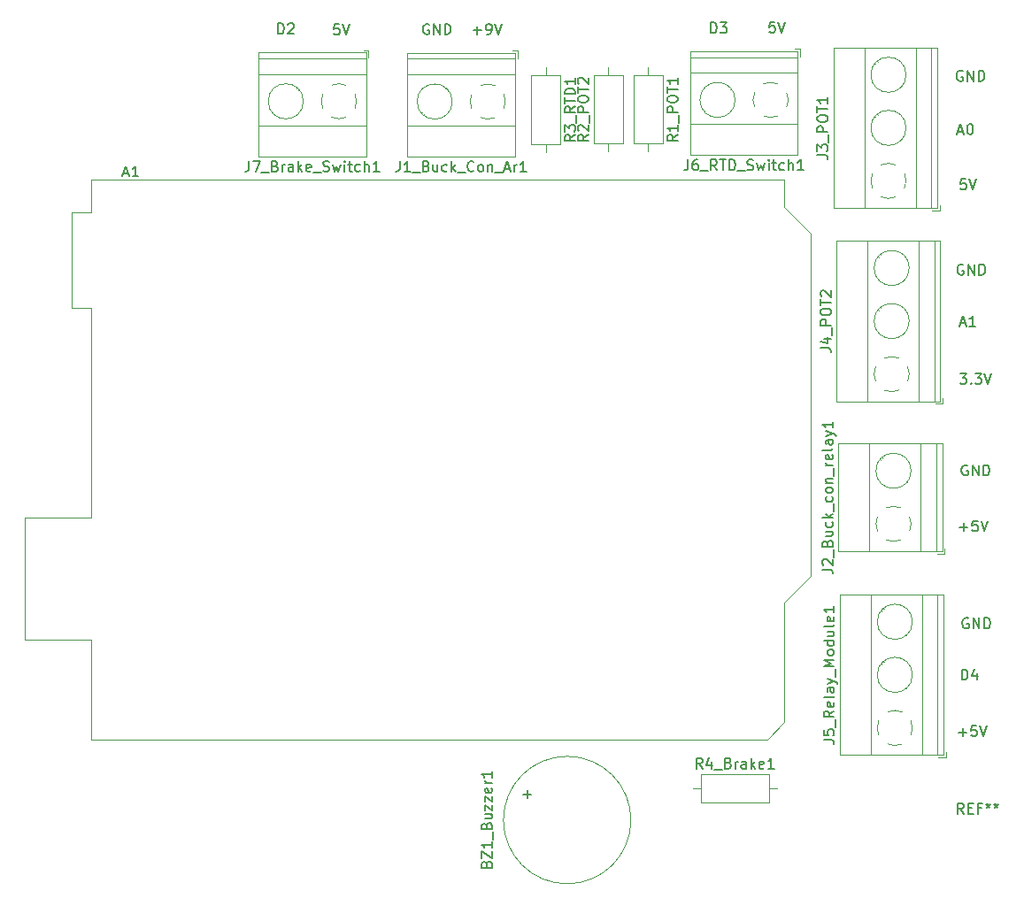
<source format=gbr>
%TF.GenerationSoftware,KiCad,Pcbnew,7.0.5*%
%TF.CreationDate,2023-12-17T15:08:04+05:30*%
%TF.ProjectId,LV conn,4c562063-6f6e-46e2-9e6b-696361645f70,rev?*%
%TF.SameCoordinates,Original*%
%TF.FileFunction,Legend,Top*%
%TF.FilePolarity,Positive*%
%FSLAX46Y46*%
G04 Gerber Fmt 4.6, Leading zero omitted, Abs format (unit mm)*
G04 Created by KiCad (PCBNEW 7.0.5) date 2023-12-17 15:08:04*
%MOMM*%
%LPD*%
G01*
G04 APERTURE LIST*
%ADD10C,0.150000*%
%ADD11C,0.120000*%
G04 APERTURE END LIST*
D10*
X164547779Y-33245419D02*
X164547779Y-32245419D01*
X164547779Y-32245419D02*
X164785874Y-32245419D01*
X164785874Y-32245419D02*
X164928731Y-32293038D01*
X164928731Y-32293038D02*
X165023969Y-32388276D01*
X165023969Y-32388276D02*
X165071588Y-32483514D01*
X165071588Y-32483514D02*
X165119207Y-32673990D01*
X165119207Y-32673990D02*
X165119207Y-32816847D01*
X165119207Y-32816847D02*
X165071588Y-33007323D01*
X165071588Y-33007323D02*
X165023969Y-33102561D01*
X165023969Y-33102561D02*
X164928731Y-33197800D01*
X164928731Y-33197800D02*
X164785874Y-33245419D01*
X164785874Y-33245419D02*
X164547779Y-33245419D01*
X165452541Y-32245419D02*
X166071588Y-32245419D01*
X166071588Y-32245419D02*
X165738255Y-32626371D01*
X165738255Y-32626371D02*
X165881112Y-32626371D01*
X165881112Y-32626371D02*
X165976350Y-32673990D01*
X165976350Y-32673990D02*
X166023969Y-32721609D01*
X166023969Y-32721609D02*
X166071588Y-32816847D01*
X166071588Y-32816847D02*
X166071588Y-33054942D01*
X166071588Y-33054942D02*
X166023969Y-33150180D01*
X166023969Y-33150180D02*
X165976350Y-33197800D01*
X165976350Y-33197800D02*
X165881112Y-33245419D01*
X165881112Y-33245419D02*
X165595398Y-33245419D01*
X165595398Y-33245419D02*
X165500160Y-33197800D01*
X165500160Y-33197800D02*
X165452541Y-33150180D01*
X188550779Y-95145219D02*
X188550779Y-94145219D01*
X188550779Y-94145219D02*
X188788874Y-94145219D01*
X188788874Y-94145219D02*
X188931731Y-94192838D01*
X188931731Y-94192838D02*
X189026969Y-94288076D01*
X189026969Y-94288076D02*
X189074588Y-94383314D01*
X189074588Y-94383314D02*
X189122207Y-94573790D01*
X189122207Y-94573790D02*
X189122207Y-94716647D01*
X189122207Y-94716647D02*
X189074588Y-94907123D01*
X189074588Y-94907123D02*
X189026969Y-95002361D01*
X189026969Y-95002361D02*
X188931731Y-95097600D01*
X188931731Y-95097600D02*
X188788874Y-95145219D01*
X188788874Y-95145219D02*
X188550779Y-95145219D01*
X189979350Y-94478552D02*
X189979350Y-95145219D01*
X189741255Y-94097600D02*
X189503160Y-94811885D01*
X189503160Y-94811885D02*
X190122207Y-94811885D01*
X188245979Y-100149066D02*
X189007884Y-100149066D01*
X188626931Y-100530019D02*
X188626931Y-99768114D01*
X189960264Y-99530019D02*
X189484074Y-99530019D01*
X189484074Y-99530019D02*
X189436455Y-100006209D01*
X189436455Y-100006209D02*
X189484074Y-99958590D01*
X189484074Y-99958590D02*
X189579312Y-99910971D01*
X189579312Y-99910971D02*
X189817407Y-99910971D01*
X189817407Y-99910971D02*
X189912645Y-99958590D01*
X189912645Y-99958590D02*
X189960264Y-100006209D01*
X189960264Y-100006209D02*
X190007883Y-100101447D01*
X190007883Y-100101447D02*
X190007883Y-100339542D01*
X190007883Y-100339542D02*
X189960264Y-100434780D01*
X189960264Y-100434780D02*
X189912645Y-100482400D01*
X189912645Y-100482400D02*
X189817407Y-100530019D01*
X189817407Y-100530019D02*
X189579312Y-100530019D01*
X189579312Y-100530019D02*
X189484074Y-100482400D01*
X189484074Y-100482400D02*
X189436455Y-100434780D01*
X190293598Y-99530019D02*
X190626931Y-100530019D01*
X190626931Y-100530019D02*
X190960264Y-99530019D01*
X123145779Y-33321619D02*
X123145779Y-32321619D01*
X123145779Y-32321619D02*
X123383874Y-32321619D01*
X123383874Y-32321619D02*
X123526731Y-32369238D01*
X123526731Y-32369238D02*
X123621969Y-32464476D01*
X123621969Y-32464476D02*
X123669588Y-32559714D01*
X123669588Y-32559714D02*
X123717207Y-32750190D01*
X123717207Y-32750190D02*
X123717207Y-32893047D01*
X123717207Y-32893047D02*
X123669588Y-33083523D01*
X123669588Y-33083523D02*
X123621969Y-33178761D01*
X123621969Y-33178761D02*
X123526731Y-33274000D01*
X123526731Y-33274000D02*
X123383874Y-33321619D01*
X123383874Y-33321619D02*
X123145779Y-33321619D01*
X124098160Y-32416857D02*
X124145779Y-32369238D01*
X124145779Y-32369238D02*
X124241017Y-32321619D01*
X124241017Y-32321619D02*
X124479112Y-32321619D01*
X124479112Y-32321619D02*
X124574350Y-32369238D01*
X124574350Y-32369238D02*
X124621969Y-32416857D01*
X124621969Y-32416857D02*
X124669588Y-32512095D01*
X124669588Y-32512095D02*
X124669588Y-32607333D01*
X124669588Y-32607333D02*
X124621969Y-32750190D01*
X124621969Y-32750190D02*
X124050541Y-33321619D01*
X124050541Y-33321619D02*
X124669588Y-33321619D01*
X188950769Y-47231419D02*
X188474579Y-47231419D01*
X188474579Y-47231419D02*
X188426960Y-47707609D01*
X188426960Y-47707609D02*
X188474579Y-47659990D01*
X188474579Y-47659990D02*
X188569817Y-47612371D01*
X188569817Y-47612371D02*
X188807912Y-47612371D01*
X188807912Y-47612371D02*
X188903150Y-47659990D01*
X188903150Y-47659990D02*
X188950769Y-47707609D01*
X188950769Y-47707609D02*
X188998388Y-47802847D01*
X188998388Y-47802847D02*
X188998388Y-48040942D01*
X188998388Y-48040942D02*
X188950769Y-48136180D01*
X188950769Y-48136180D02*
X188903150Y-48183800D01*
X188903150Y-48183800D02*
X188807912Y-48231419D01*
X188807912Y-48231419D02*
X188569817Y-48231419D01*
X188569817Y-48231419D02*
X188474579Y-48183800D01*
X188474579Y-48183800D02*
X188426960Y-48136180D01*
X189284103Y-47231419D02*
X189617436Y-48231419D01*
X189617436Y-48231419D02*
X189950769Y-47231419D01*
X188198360Y-42662504D02*
X188674550Y-42662504D01*
X188103122Y-42948219D02*
X188436455Y-41948219D01*
X188436455Y-41948219D02*
X188769788Y-42948219D01*
X189293598Y-41948219D02*
X189388836Y-41948219D01*
X189388836Y-41948219D02*
X189484074Y-41995838D01*
X189484074Y-41995838D02*
X189531693Y-42043457D01*
X189531693Y-42043457D02*
X189579312Y-42138695D01*
X189579312Y-42138695D02*
X189626931Y-42329171D01*
X189626931Y-42329171D02*
X189626931Y-42567266D01*
X189626931Y-42567266D02*
X189579312Y-42757742D01*
X189579312Y-42757742D02*
X189531693Y-42852980D01*
X189531693Y-42852980D02*
X189484074Y-42900600D01*
X189484074Y-42900600D02*
X189388836Y-42948219D01*
X189388836Y-42948219D02*
X189293598Y-42948219D01*
X189293598Y-42948219D02*
X189198360Y-42900600D01*
X189198360Y-42900600D02*
X189150741Y-42852980D01*
X189150741Y-42852980D02*
X189103122Y-42757742D01*
X189103122Y-42757742D02*
X189055503Y-42567266D01*
X189055503Y-42567266D02*
X189055503Y-42329171D01*
X189055503Y-42329171D02*
X189103122Y-42138695D01*
X189103122Y-42138695D02*
X189150741Y-42043457D01*
X189150741Y-42043457D02*
X189198360Y-41995838D01*
X189198360Y-41995838D02*
X189293598Y-41948219D01*
X188379341Y-65824219D02*
X188998388Y-65824219D01*
X188998388Y-65824219D02*
X188665055Y-66205171D01*
X188665055Y-66205171D02*
X188807912Y-66205171D01*
X188807912Y-66205171D02*
X188903150Y-66252790D01*
X188903150Y-66252790D02*
X188950769Y-66300409D01*
X188950769Y-66300409D02*
X188998388Y-66395647D01*
X188998388Y-66395647D02*
X188998388Y-66633742D01*
X188998388Y-66633742D02*
X188950769Y-66728980D01*
X188950769Y-66728980D02*
X188903150Y-66776600D01*
X188903150Y-66776600D02*
X188807912Y-66824219D01*
X188807912Y-66824219D02*
X188522198Y-66824219D01*
X188522198Y-66824219D02*
X188426960Y-66776600D01*
X188426960Y-66776600D02*
X188379341Y-66728980D01*
X189426960Y-66728980D02*
X189474579Y-66776600D01*
X189474579Y-66776600D02*
X189426960Y-66824219D01*
X189426960Y-66824219D02*
X189379341Y-66776600D01*
X189379341Y-66776600D02*
X189426960Y-66728980D01*
X189426960Y-66728980D02*
X189426960Y-66824219D01*
X189807912Y-65824219D02*
X190426959Y-65824219D01*
X190426959Y-65824219D02*
X190093626Y-66205171D01*
X190093626Y-66205171D02*
X190236483Y-66205171D01*
X190236483Y-66205171D02*
X190331721Y-66252790D01*
X190331721Y-66252790D02*
X190379340Y-66300409D01*
X190379340Y-66300409D02*
X190426959Y-66395647D01*
X190426959Y-66395647D02*
X190426959Y-66633742D01*
X190426959Y-66633742D02*
X190379340Y-66728980D01*
X190379340Y-66728980D02*
X190331721Y-66776600D01*
X190331721Y-66776600D02*
X190236483Y-66824219D01*
X190236483Y-66824219D02*
X189950769Y-66824219D01*
X189950769Y-66824219D02*
X189855531Y-66776600D01*
X189855531Y-66776600D02*
X189807912Y-66728980D01*
X190712674Y-65824219D02*
X191046007Y-66824219D01*
X191046007Y-66824219D02*
X191379340Y-65824219D01*
X188426960Y-61026704D02*
X188903150Y-61026704D01*
X188331722Y-61312419D02*
X188665055Y-60312419D01*
X188665055Y-60312419D02*
X188998388Y-61312419D01*
X189855531Y-61312419D02*
X189284103Y-61312419D01*
X189569817Y-61312419D02*
X189569817Y-60312419D01*
X189569817Y-60312419D02*
X189474579Y-60455276D01*
X189474579Y-60455276D02*
X189379341Y-60550514D01*
X189379341Y-60550514D02*
X189284103Y-60598133D01*
X129006769Y-32397819D02*
X128530579Y-32397819D01*
X128530579Y-32397819D02*
X128482960Y-32874009D01*
X128482960Y-32874009D02*
X128530579Y-32826390D01*
X128530579Y-32826390D02*
X128625817Y-32778771D01*
X128625817Y-32778771D02*
X128863912Y-32778771D01*
X128863912Y-32778771D02*
X128959150Y-32826390D01*
X128959150Y-32826390D02*
X129006769Y-32874009D01*
X129006769Y-32874009D02*
X129054388Y-32969247D01*
X129054388Y-32969247D02*
X129054388Y-33207342D01*
X129054388Y-33207342D02*
X129006769Y-33302580D01*
X129006769Y-33302580D02*
X128959150Y-33350200D01*
X128959150Y-33350200D02*
X128863912Y-33397819D01*
X128863912Y-33397819D02*
X128625817Y-33397819D01*
X128625817Y-33397819D02*
X128530579Y-33350200D01*
X128530579Y-33350200D02*
X128482960Y-33302580D01*
X129340103Y-32397819D02*
X129673436Y-33397819D01*
X129673436Y-33397819D02*
X130006769Y-32397819D01*
X137563388Y-32420038D02*
X137468150Y-32372419D01*
X137468150Y-32372419D02*
X137325293Y-32372419D01*
X137325293Y-32372419D02*
X137182436Y-32420038D01*
X137182436Y-32420038D02*
X137087198Y-32515276D01*
X137087198Y-32515276D02*
X137039579Y-32610514D01*
X137039579Y-32610514D02*
X136991960Y-32800990D01*
X136991960Y-32800990D02*
X136991960Y-32943847D01*
X136991960Y-32943847D02*
X137039579Y-33134323D01*
X137039579Y-33134323D02*
X137087198Y-33229561D01*
X137087198Y-33229561D02*
X137182436Y-33324800D01*
X137182436Y-33324800D02*
X137325293Y-33372419D01*
X137325293Y-33372419D02*
X137420531Y-33372419D01*
X137420531Y-33372419D02*
X137563388Y-33324800D01*
X137563388Y-33324800D02*
X137611007Y-33277180D01*
X137611007Y-33277180D02*
X137611007Y-32943847D01*
X137611007Y-32943847D02*
X137420531Y-32943847D01*
X138039579Y-33372419D02*
X138039579Y-32372419D01*
X138039579Y-32372419D02*
X138611007Y-33372419D01*
X138611007Y-33372419D02*
X138611007Y-32372419D01*
X139087198Y-33372419D02*
X139087198Y-32372419D01*
X139087198Y-32372419D02*
X139325293Y-32372419D01*
X139325293Y-32372419D02*
X139468150Y-32420038D01*
X139468150Y-32420038D02*
X139563388Y-32515276D01*
X139563388Y-32515276D02*
X139611007Y-32610514D01*
X139611007Y-32610514D02*
X139658626Y-32800990D01*
X139658626Y-32800990D02*
X139658626Y-32943847D01*
X139658626Y-32943847D02*
X139611007Y-33134323D01*
X139611007Y-33134323D02*
X139563388Y-33229561D01*
X139563388Y-33229561D02*
X139468150Y-33324800D01*
X139468150Y-33324800D02*
X139325293Y-33372419D01*
X139325293Y-33372419D02*
X139087198Y-33372419D01*
X188693588Y-55432438D02*
X188598350Y-55384819D01*
X188598350Y-55384819D02*
X188455493Y-55384819D01*
X188455493Y-55384819D02*
X188312636Y-55432438D01*
X188312636Y-55432438D02*
X188217398Y-55527676D01*
X188217398Y-55527676D02*
X188169779Y-55622914D01*
X188169779Y-55622914D02*
X188122160Y-55813390D01*
X188122160Y-55813390D02*
X188122160Y-55956247D01*
X188122160Y-55956247D02*
X188169779Y-56146723D01*
X188169779Y-56146723D02*
X188217398Y-56241961D01*
X188217398Y-56241961D02*
X188312636Y-56337200D01*
X188312636Y-56337200D02*
X188455493Y-56384819D01*
X188455493Y-56384819D02*
X188550731Y-56384819D01*
X188550731Y-56384819D02*
X188693588Y-56337200D01*
X188693588Y-56337200D02*
X188741207Y-56289580D01*
X188741207Y-56289580D02*
X188741207Y-55956247D01*
X188741207Y-55956247D02*
X188550731Y-55956247D01*
X189169779Y-56384819D02*
X189169779Y-55384819D01*
X189169779Y-55384819D02*
X189741207Y-56384819D01*
X189741207Y-56384819D02*
X189741207Y-55384819D01*
X190217398Y-56384819D02*
X190217398Y-55384819D01*
X190217398Y-55384819D02*
X190455493Y-55384819D01*
X190455493Y-55384819D02*
X190598350Y-55432438D01*
X190598350Y-55432438D02*
X190693588Y-55527676D01*
X190693588Y-55527676D02*
X190741207Y-55622914D01*
X190741207Y-55622914D02*
X190788826Y-55813390D01*
X190788826Y-55813390D02*
X190788826Y-55956247D01*
X190788826Y-55956247D02*
X190741207Y-56146723D01*
X190741207Y-56146723D02*
X190693588Y-56241961D01*
X190693588Y-56241961D02*
X190598350Y-56337200D01*
X190598350Y-56337200D02*
X190455493Y-56384819D01*
X190455493Y-56384819D02*
X190217398Y-56384819D01*
X189176188Y-89265238D02*
X189080950Y-89217619D01*
X189080950Y-89217619D02*
X188938093Y-89217619D01*
X188938093Y-89217619D02*
X188795236Y-89265238D01*
X188795236Y-89265238D02*
X188699998Y-89360476D01*
X188699998Y-89360476D02*
X188652379Y-89455714D01*
X188652379Y-89455714D02*
X188604760Y-89646190D01*
X188604760Y-89646190D02*
X188604760Y-89789047D01*
X188604760Y-89789047D02*
X188652379Y-89979523D01*
X188652379Y-89979523D02*
X188699998Y-90074761D01*
X188699998Y-90074761D02*
X188795236Y-90170000D01*
X188795236Y-90170000D02*
X188938093Y-90217619D01*
X188938093Y-90217619D02*
X189033331Y-90217619D01*
X189033331Y-90217619D02*
X189176188Y-90170000D01*
X189176188Y-90170000D02*
X189223807Y-90122380D01*
X189223807Y-90122380D02*
X189223807Y-89789047D01*
X189223807Y-89789047D02*
X189033331Y-89789047D01*
X189652379Y-90217619D02*
X189652379Y-89217619D01*
X189652379Y-89217619D02*
X190223807Y-90217619D01*
X190223807Y-90217619D02*
X190223807Y-89217619D01*
X190699998Y-90217619D02*
X190699998Y-89217619D01*
X190699998Y-89217619D02*
X190938093Y-89217619D01*
X190938093Y-89217619D02*
X191080950Y-89265238D01*
X191080950Y-89265238D02*
X191176188Y-89360476D01*
X191176188Y-89360476D02*
X191223807Y-89455714D01*
X191223807Y-89455714D02*
X191271426Y-89646190D01*
X191271426Y-89646190D02*
X191271426Y-89789047D01*
X191271426Y-89789047D02*
X191223807Y-89979523D01*
X191223807Y-89979523D02*
X191176188Y-90074761D01*
X191176188Y-90074761D02*
X191080950Y-90170000D01*
X191080950Y-90170000D02*
X190938093Y-90217619D01*
X190938093Y-90217619D02*
X190699998Y-90217619D01*
X189099988Y-74634838D02*
X189004750Y-74587219D01*
X189004750Y-74587219D02*
X188861893Y-74587219D01*
X188861893Y-74587219D02*
X188719036Y-74634838D01*
X188719036Y-74634838D02*
X188623798Y-74730076D01*
X188623798Y-74730076D02*
X188576179Y-74825314D01*
X188576179Y-74825314D02*
X188528560Y-75015790D01*
X188528560Y-75015790D02*
X188528560Y-75158647D01*
X188528560Y-75158647D02*
X188576179Y-75349123D01*
X188576179Y-75349123D02*
X188623798Y-75444361D01*
X188623798Y-75444361D02*
X188719036Y-75539600D01*
X188719036Y-75539600D02*
X188861893Y-75587219D01*
X188861893Y-75587219D02*
X188957131Y-75587219D01*
X188957131Y-75587219D02*
X189099988Y-75539600D01*
X189099988Y-75539600D02*
X189147607Y-75491980D01*
X189147607Y-75491980D02*
X189147607Y-75158647D01*
X189147607Y-75158647D02*
X188957131Y-75158647D01*
X189576179Y-75587219D02*
X189576179Y-74587219D01*
X189576179Y-74587219D02*
X190147607Y-75587219D01*
X190147607Y-75587219D02*
X190147607Y-74587219D01*
X190623798Y-75587219D02*
X190623798Y-74587219D01*
X190623798Y-74587219D02*
X190861893Y-74587219D01*
X190861893Y-74587219D02*
X191004750Y-74634838D01*
X191004750Y-74634838D02*
X191099988Y-74730076D01*
X191099988Y-74730076D02*
X191147607Y-74825314D01*
X191147607Y-74825314D02*
X191195226Y-75015790D01*
X191195226Y-75015790D02*
X191195226Y-75158647D01*
X191195226Y-75158647D02*
X191147607Y-75349123D01*
X191147607Y-75349123D02*
X191099988Y-75444361D01*
X191099988Y-75444361D02*
X191004750Y-75539600D01*
X191004750Y-75539600D02*
X190861893Y-75587219D01*
X190861893Y-75587219D02*
X190623798Y-75587219D01*
X188347579Y-80540266D02*
X189109484Y-80540266D01*
X188728531Y-80921219D02*
X188728531Y-80159314D01*
X190061864Y-79921219D02*
X189585674Y-79921219D01*
X189585674Y-79921219D02*
X189538055Y-80397409D01*
X189538055Y-80397409D02*
X189585674Y-80349790D01*
X189585674Y-80349790D02*
X189680912Y-80302171D01*
X189680912Y-80302171D02*
X189919007Y-80302171D01*
X189919007Y-80302171D02*
X190014245Y-80349790D01*
X190014245Y-80349790D02*
X190061864Y-80397409D01*
X190061864Y-80397409D02*
X190109483Y-80492647D01*
X190109483Y-80492647D02*
X190109483Y-80730742D01*
X190109483Y-80730742D02*
X190061864Y-80825980D01*
X190061864Y-80825980D02*
X190014245Y-80873600D01*
X190014245Y-80873600D02*
X189919007Y-80921219D01*
X189919007Y-80921219D02*
X189680912Y-80921219D01*
X189680912Y-80921219D02*
X189585674Y-80873600D01*
X189585674Y-80873600D02*
X189538055Y-80825980D01*
X190395198Y-79921219D02*
X190728531Y-80921219D01*
X190728531Y-80921219D02*
X191061864Y-79921219D01*
X170662769Y-32194619D02*
X170186579Y-32194619D01*
X170186579Y-32194619D02*
X170138960Y-32670809D01*
X170138960Y-32670809D02*
X170186579Y-32623190D01*
X170186579Y-32623190D02*
X170281817Y-32575571D01*
X170281817Y-32575571D02*
X170519912Y-32575571D01*
X170519912Y-32575571D02*
X170615150Y-32623190D01*
X170615150Y-32623190D02*
X170662769Y-32670809D01*
X170662769Y-32670809D02*
X170710388Y-32766047D01*
X170710388Y-32766047D02*
X170710388Y-33004142D01*
X170710388Y-33004142D02*
X170662769Y-33099380D01*
X170662769Y-33099380D02*
X170615150Y-33147000D01*
X170615150Y-33147000D02*
X170519912Y-33194619D01*
X170519912Y-33194619D02*
X170281817Y-33194619D01*
X170281817Y-33194619D02*
X170186579Y-33147000D01*
X170186579Y-33147000D02*
X170138960Y-33099380D01*
X170996103Y-32194619D02*
X171329436Y-33194619D01*
X171329436Y-33194619D02*
X171662769Y-32194619D01*
X141814779Y-32991466D02*
X142576684Y-32991466D01*
X142195731Y-33372419D02*
X142195731Y-32610514D01*
X143100493Y-33372419D02*
X143290969Y-33372419D01*
X143290969Y-33372419D02*
X143386207Y-33324800D01*
X143386207Y-33324800D02*
X143433826Y-33277180D01*
X143433826Y-33277180D02*
X143529064Y-33134323D01*
X143529064Y-33134323D02*
X143576683Y-32943847D01*
X143576683Y-32943847D02*
X143576683Y-32562895D01*
X143576683Y-32562895D02*
X143529064Y-32467657D01*
X143529064Y-32467657D02*
X143481445Y-32420038D01*
X143481445Y-32420038D02*
X143386207Y-32372419D01*
X143386207Y-32372419D02*
X143195731Y-32372419D01*
X143195731Y-32372419D02*
X143100493Y-32420038D01*
X143100493Y-32420038D02*
X143052874Y-32467657D01*
X143052874Y-32467657D02*
X143005255Y-32562895D01*
X143005255Y-32562895D02*
X143005255Y-32800990D01*
X143005255Y-32800990D02*
X143052874Y-32896228D01*
X143052874Y-32896228D02*
X143100493Y-32943847D01*
X143100493Y-32943847D02*
X143195731Y-32991466D01*
X143195731Y-32991466D02*
X143386207Y-32991466D01*
X143386207Y-32991466D02*
X143481445Y-32943847D01*
X143481445Y-32943847D02*
X143529064Y-32896228D01*
X143529064Y-32896228D02*
X143576683Y-32800990D01*
X143862398Y-32372419D02*
X144195731Y-33372419D01*
X144195731Y-33372419D02*
X144529064Y-32372419D01*
X188617388Y-36890438D02*
X188522150Y-36842819D01*
X188522150Y-36842819D02*
X188379293Y-36842819D01*
X188379293Y-36842819D02*
X188236436Y-36890438D01*
X188236436Y-36890438D02*
X188141198Y-36985676D01*
X188141198Y-36985676D02*
X188093579Y-37080914D01*
X188093579Y-37080914D02*
X188045960Y-37271390D01*
X188045960Y-37271390D02*
X188045960Y-37414247D01*
X188045960Y-37414247D02*
X188093579Y-37604723D01*
X188093579Y-37604723D02*
X188141198Y-37699961D01*
X188141198Y-37699961D02*
X188236436Y-37795200D01*
X188236436Y-37795200D02*
X188379293Y-37842819D01*
X188379293Y-37842819D02*
X188474531Y-37842819D01*
X188474531Y-37842819D02*
X188617388Y-37795200D01*
X188617388Y-37795200D02*
X188665007Y-37747580D01*
X188665007Y-37747580D02*
X188665007Y-37414247D01*
X188665007Y-37414247D02*
X188474531Y-37414247D01*
X189093579Y-37842819D02*
X189093579Y-36842819D01*
X189093579Y-36842819D02*
X189665007Y-37842819D01*
X189665007Y-37842819D02*
X189665007Y-36842819D01*
X190141198Y-37842819D02*
X190141198Y-36842819D01*
X190141198Y-36842819D02*
X190379293Y-36842819D01*
X190379293Y-36842819D02*
X190522150Y-36890438D01*
X190522150Y-36890438D02*
X190617388Y-36985676D01*
X190617388Y-36985676D02*
X190665007Y-37080914D01*
X190665007Y-37080914D02*
X190712626Y-37271390D01*
X190712626Y-37271390D02*
X190712626Y-37414247D01*
X190712626Y-37414247D02*
X190665007Y-37604723D01*
X190665007Y-37604723D02*
X190617388Y-37699961D01*
X190617388Y-37699961D02*
X190522150Y-37795200D01*
X190522150Y-37795200D02*
X190379293Y-37842819D01*
X190379293Y-37842819D02*
X190141198Y-37842819D01*
%TO.C,R3_RTD1*%
X151567219Y-42993962D02*
X151091028Y-43327295D01*
X151567219Y-43565390D02*
X150567219Y-43565390D01*
X150567219Y-43565390D02*
X150567219Y-43184438D01*
X150567219Y-43184438D02*
X150614838Y-43089200D01*
X150614838Y-43089200D02*
X150662457Y-43041581D01*
X150662457Y-43041581D02*
X150757695Y-42993962D01*
X150757695Y-42993962D02*
X150900552Y-42993962D01*
X150900552Y-42993962D02*
X150995790Y-43041581D01*
X150995790Y-43041581D02*
X151043409Y-43089200D01*
X151043409Y-43089200D02*
X151091028Y-43184438D01*
X151091028Y-43184438D02*
X151091028Y-43565390D01*
X150567219Y-42660628D02*
X150567219Y-42041581D01*
X150567219Y-42041581D02*
X150948171Y-42374914D01*
X150948171Y-42374914D02*
X150948171Y-42232057D01*
X150948171Y-42232057D02*
X150995790Y-42136819D01*
X150995790Y-42136819D02*
X151043409Y-42089200D01*
X151043409Y-42089200D02*
X151138647Y-42041581D01*
X151138647Y-42041581D02*
X151376742Y-42041581D01*
X151376742Y-42041581D02*
X151471980Y-42089200D01*
X151471980Y-42089200D02*
X151519600Y-42136819D01*
X151519600Y-42136819D02*
X151567219Y-42232057D01*
X151567219Y-42232057D02*
X151567219Y-42517771D01*
X151567219Y-42517771D02*
X151519600Y-42613009D01*
X151519600Y-42613009D02*
X151471980Y-42660628D01*
X151662457Y-41851105D02*
X151662457Y-41089200D01*
X151567219Y-40279676D02*
X151091028Y-40613009D01*
X151567219Y-40851104D02*
X150567219Y-40851104D01*
X150567219Y-40851104D02*
X150567219Y-40470152D01*
X150567219Y-40470152D02*
X150614838Y-40374914D01*
X150614838Y-40374914D02*
X150662457Y-40327295D01*
X150662457Y-40327295D02*
X150757695Y-40279676D01*
X150757695Y-40279676D02*
X150900552Y-40279676D01*
X150900552Y-40279676D02*
X150995790Y-40327295D01*
X150995790Y-40327295D02*
X151043409Y-40374914D01*
X151043409Y-40374914D02*
X151091028Y-40470152D01*
X151091028Y-40470152D02*
X151091028Y-40851104D01*
X150567219Y-39993961D02*
X150567219Y-39422533D01*
X151567219Y-39708247D02*
X150567219Y-39708247D01*
X151567219Y-39089199D02*
X150567219Y-39089199D01*
X150567219Y-39089199D02*
X150567219Y-38851104D01*
X150567219Y-38851104D02*
X150614838Y-38708247D01*
X150614838Y-38708247D02*
X150710076Y-38613009D01*
X150710076Y-38613009D02*
X150805314Y-38565390D01*
X150805314Y-38565390D02*
X150995790Y-38517771D01*
X150995790Y-38517771D02*
X151138647Y-38517771D01*
X151138647Y-38517771D02*
X151329123Y-38565390D01*
X151329123Y-38565390D02*
X151424361Y-38613009D01*
X151424361Y-38613009D02*
X151519600Y-38708247D01*
X151519600Y-38708247D02*
X151567219Y-38851104D01*
X151567219Y-38851104D02*
X151567219Y-39089199D01*
X151567219Y-37565390D02*
X151567219Y-38136818D01*
X151567219Y-37851104D02*
X150567219Y-37851104D01*
X150567219Y-37851104D02*
X150710076Y-37946342D01*
X150710076Y-37946342D02*
X150805314Y-38041580D01*
X150805314Y-38041580D02*
X150852933Y-38136818D01*
%TO.C,REF\u002A\u002A*%
X188734866Y-107943419D02*
X188401533Y-107467228D01*
X188163438Y-107943419D02*
X188163438Y-106943419D01*
X188163438Y-106943419D02*
X188544390Y-106943419D01*
X188544390Y-106943419D02*
X188639628Y-106991038D01*
X188639628Y-106991038D02*
X188687247Y-107038657D01*
X188687247Y-107038657D02*
X188734866Y-107133895D01*
X188734866Y-107133895D02*
X188734866Y-107276752D01*
X188734866Y-107276752D02*
X188687247Y-107371990D01*
X188687247Y-107371990D02*
X188639628Y-107419609D01*
X188639628Y-107419609D02*
X188544390Y-107467228D01*
X188544390Y-107467228D02*
X188163438Y-107467228D01*
X189163438Y-107419609D02*
X189496771Y-107419609D01*
X189639628Y-107943419D02*
X189163438Y-107943419D01*
X189163438Y-107943419D02*
X189163438Y-106943419D01*
X189163438Y-106943419D02*
X189639628Y-106943419D01*
X190401533Y-107419609D02*
X190068200Y-107419609D01*
X190068200Y-107943419D02*
X190068200Y-106943419D01*
X190068200Y-106943419D02*
X190544390Y-106943419D01*
X191068200Y-106943419D02*
X191068200Y-107181514D01*
X190830105Y-107086276D02*
X191068200Y-107181514D01*
X191068200Y-107181514D02*
X191306295Y-107086276D01*
X190925343Y-107371990D02*
X191068200Y-107181514D01*
X191068200Y-107181514D02*
X191211057Y-107371990D01*
X191830105Y-106943419D02*
X191830105Y-107181514D01*
X191592010Y-107086276D02*
X191830105Y-107181514D01*
X191830105Y-107181514D02*
X192068200Y-107086276D01*
X191687248Y-107371990D02*
X191830105Y-107181514D01*
X191830105Y-107181514D02*
X191972962Y-107371990D01*
%TO.C,J1_Buck_Con_Ar1*%
X134784246Y-45516619D02*
X134784246Y-46230904D01*
X134784246Y-46230904D02*
X134736627Y-46373761D01*
X134736627Y-46373761D02*
X134641389Y-46469000D01*
X134641389Y-46469000D02*
X134498532Y-46516619D01*
X134498532Y-46516619D02*
X134403294Y-46516619D01*
X135784246Y-46516619D02*
X135212818Y-46516619D01*
X135498532Y-46516619D02*
X135498532Y-45516619D01*
X135498532Y-45516619D02*
X135403294Y-45659476D01*
X135403294Y-45659476D02*
X135308056Y-45754714D01*
X135308056Y-45754714D02*
X135212818Y-45802333D01*
X135974723Y-46611857D02*
X136736627Y-46611857D01*
X137308056Y-45992809D02*
X137450913Y-46040428D01*
X137450913Y-46040428D02*
X137498532Y-46088047D01*
X137498532Y-46088047D02*
X137546151Y-46183285D01*
X137546151Y-46183285D02*
X137546151Y-46326142D01*
X137546151Y-46326142D02*
X137498532Y-46421380D01*
X137498532Y-46421380D02*
X137450913Y-46469000D01*
X137450913Y-46469000D02*
X137355675Y-46516619D01*
X137355675Y-46516619D02*
X136974723Y-46516619D01*
X136974723Y-46516619D02*
X136974723Y-45516619D01*
X136974723Y-45516619D02*
X137308056Y-45516619D01*
X137308056Y-45516619D02*
X137403294Y-45564238D01*
X137403294Y-45564238D02*
X137450913Y-45611857D01*
X137450913Y-45611857D02*
X137498532Y-45707095D01*
X137498532Y-45707095D02*
X137498532Y-45802333D01*
X137498532Y-45802333D02*
X137450913Y-45897571D01*
X137450913Y-45897571D02*
X137403294Y-45945190D01*
X137403294Y-45945190D02*
X137308056Y-45992809D01*
X137308056Y-45992809D02*
X136974723Y-45992809D01*
X138403294Y-45849952D02*
X138403294Y-46516619D01*
X137974723Y-45849952D02*
X137974723Y-46373761D01*
X137974723Y-46373761D02*
X138022342Y-46469000D01*
X138022342Y-46469000D02*
X138117580Y-46516619D01*
X138117580Y-46516619D02*
X138260437Y-46516619D01*
X138260437Y-46516619D02*
X138355675Y-46469000D01*
X138355675Y-46469000D02*
X138403294Y-46421380D01*
X139308056Y-46469000D02*
X139212818Y-46516619D01*
X139212818Y-46516619D02*
X139022342Y-46516619D01*
X139022342Y-46516619D02*
X138927104Y-46469000D01*
X138927104Y-46469000D02*
X138879485Y-46421380D01*
X138879485Y-46421380D02*
X138831866Y-46326142D01*
X138831866Y-46326142D02*
X138831866Y-46040428D01*
X138831866Y-46040428D02*
X138879485Y-45945190D01*
X138879485Y-45945190D02*
X138927104Y-45897571D01*
X138927104Y-45897571D02*
X139022342Y-45849952D01*
X139022342Y-45849952D02*
X139212818Y-45849952D01*
X139212818Y-45849952D02*
X139308056Y-45897571D01*
X139736628Y-46516619D02*
X139736628Y-45516619D01*
X139831866Y-46135666D02*
X140117580Y-46516619D01*
X140117580Y-45849952D02*
X139736628Y-46230904D01*
X140308057Y-46611857D02*
X141069961Y-46611857D01*
X141879485Y-46421380D02*
X141831866Y-46469000D01*
X141831866Y-46469000D02*
X141689009Y-46516619D01*
X141689009Y-46516619D02*
X141593771Y-46516619D01*
X141593771Y-46516619D02*
X141450914Y-46469000D01*
X141450914Y-46469000D02*
X141355676Y-46373761D01*
X141355676Y-46373761D02*
X141308057Y-46278523D01*
X141308057Y-46278523D02*
X141260438Y-46088047D01*
X141260438Y-46088047D02*
X141260438Y-45945190D01*
X141260438Y-45945190D02*
X141308057Y-45754714D01*
X141308057Y-45754714D02*
X141355676Y-45659476D01*
X141355676Y-45659476D02*
X141450914Y-45564238D01*
X141450914Y-45564238D02*
X141593771Y-45516619D01*
X141593771Y-45516619D02*
X141689009Y-45516619D01*
X141689009Y-45516619D02*
X141831866Y-45564238D01*
X141831866Y-45564238D02*
X141879485Y-45611857D01*
X142450914Y-46516619D02*
X142355676Y-46469000D01*
X142355676Y-46469000D02*
X142308057Y-46421380D01*
X142308057Y-46421380D02*
X142260438Y-46326142D01*
X142260438Y-46326142D02*
X142260438Y-46040428D01*
X142260438Y-46040428D02*
X142308057Y-45945190D01*
X142308057Y-45945190D02*
X142355676Y-45897571D01*
X142355676Y-45897571D02*
X142450914Y-45849952D01*
X142450914Y-45849952D02*
X142593771Y-45849952D01*
X142593771Y-45849952D02*
X142689009Y-45897571D01*
X142689009Y-45897571D02*
X142736628Y-45945190D01*
X142736628Y-45945190D02*
X142784247Y-46040428D01*
X142784247Y-46040428D02*
X142784247Y-46326142D01*
X142784247Y-46326142D02*
X142736628Y-46421380D01*
X142736628Y-46421380D02*
X142689009Y-46469000D01*
X142689009Y-46469000D02*
X142593771Y-46516619D01*
X142593771Y-46516619D02*
X142450914Y-46516619D01*
X143212819Y-45849952D02*
X143212819Y-46516619D01*
X143212819Y-45945190D02*
X143260438Y-45897571D01*
X143260438Y-45897571D02*
X143355676Y-45849952D01*
X143355676Y-45849952D02*
X143498533Y-45849952D01*
X143498533Y-45849952D02*
X143593771Y-45897571D01*
X143593771Y-45897571D02*
X143641390Y-45992809D01*
X143641390Y-45992809D02*
X143641390Y-46516619D01*
X143879486Y-46611857D02*
X144641390Y-46611857D01*
X144831867Y-46230904D02*
X145308057Y-46230904D01*
X144736629Y-46516619D02*
X145069962Y-45516619D01*
X145069962Y-45516619D02*
X145403295Y-46516619D01*
X145736629Y-46516619D02*
X145736629Y-45849952D01*
X145736629Y-46040428D02*
X145784248Y-45945190D01*
X145784248Y-45945190D02*
X145831867Y-45897571D01*
X145831867Y-45897571D02*
X145927105Y-45849952D01*
X145927105Y-45849952D02*
X146022343Y-45849952D01*
X146879486Y-46516619D02*
X146308058Y-46516619D01*
X146593772Y-46516619D02*
X146593772Y-45516619D01*
X146593772Y-45516619D02*
X146498534Y-45659476D01*
X146498534Y-45659476D02*
X146403296Y-45754714D01*
X146403296Y-45754714D02*
X146308058Y-45802333D01*
%TO.C,J3_POT1*%
X174728619Y-44911638D02*
X175442904Y-44911638D01*
X175442904Y-44911638D02*
X175585761Y-44959257D01*
X175585761Y-44959257D02*
X175681000Y-45054495D01*
X175681000Y-45054495D02*
X175728619Y-45197352D01*
X175728619Y-45197352D02*
X175728619Y-45292590D01*
X174728619Y-44530685D02*
X174728619Y-43911638D01*
X174728619Y-43911638D02*
X175109571Y-44244971D01*
X175109571Y-44244971D02*
X175109571Y-44102114D01*
X175109571Y-44102114D02*
X175157190Y-44006876D01*
X175157190Y-44006876D02*
X175204809Y-43959257D01*
X175204809Y-43959257D02*
X175300047Y-43911638D01*
X175300047Y-43911638D02*
X175538142Y-43911638D01*
X175538142Y-43911638D02*
X175633380Y-43959257D01*
X175633380Y-43959257D02*
X175681000Y-44006876D01*
X175681000Y-44006876D02*
X175728619Y-44102114D01*
X175728619Y-44102114D02*
X175728619Y-44387828D01*
X175728619Y-44387828D02*
X175681000Y-44483066D01*
X175681000Y-44483066D02*
X175633380Y-44530685D01*
X175823857Y-43721162D02*
X175823857Y-42959257D01*
X175728619Y-42721161D02*
X174728619Y-42721161D01*
X174728619Y-42721161D02*
X174728619Y-42340209D01*
X174728619Y-42340209D02*
X174776238Y-42244971D01*
X174776238Y-42244971D02*
X174823857Y-42197352D01*
X174823857Y-42197352D02*
X174919095Y-42149733D01*
X174919095Y-42149733D02*
X175061952Y-42149733D01*
X175061952Y-42149733D02*
X175157190Y-42197352D01*
X175157190Y-42197352D02*
X175204809Y-42244971D01*
X175204809Y-42244971D02*
X175252428Y-42340209D01*
X175252428Y-42340209D02*
X175252428Y-42721161D01*
X174728619Y-41530685D02*
X174728619Y-41340209D01*
X174728619Y-41340209D02*
X174776238Y-41244971D01*
X174776238Y-41244971D02*
X174871476Y-41149733D01*
X174871476Y-41149733D02*
X175061952Y-41102114D01*
X175061952Y-41102114D02*
X175395285Y-41102114D01*
X175395285Y-41102114D02*
X175585761Y-41149733D01*
X175585761Y-41149733D02*
X175681000Y-41244971D01*
X175681000Y-41244971D02*
X175728619Y-41340209D01*
X175728619Y-41340209D02*
X175728619Y-41530685D01*
X175728619Y-41530685D02*
X175681000Y-41625923D01*
X175681000Y-41625923D02*
X175585761Y-41721161D01*
X175585761Y-41721161D02*
X175395285Y-41768780D01*
X175395285Y-41768780D02*
X175061952Y-41768780D01*
X175061952Y-41768780D02*
X174871476Y-41721161D01*
X174871476Y-41721161D02*
X174776238Y-41625923D01*
X174776238Y-41625923D02*
X174728619Y-41530685D01*
X174728619Y-40816399D02*
X174728619Y-40244971D01*
X175728619Y-40530685D02*
X174728619Y-40530685D01*
X175728619Y-39387828D02*
X175728619Y-39959256D01*
X175728619Y-39673542D02*
X174728619Y-39673542D01*
X174728619Y-39673542D02*
X174871476Y-39768780D01*
X174871476Y-39768780D02*
X174966714Y-39864018D01*
X174966714Y-39864018D02*
X175014333Y-39959256D01*
%TO.C,R1_POT1*%
X161371619Y-42992371D02*
X160895428Y-43325704D01*
X161371619Y-43563799D02*
X160371619Y-43563799D01*
X160371619Y-43563799D02*
X160371619Y-43182847D01*
X160371619Y-43182847D02*
X160419238Y-43087609D01*
X160419238Y-43087609D02*
X160466857Y-43039990D01*
X160466857Y-43039990D02*
X160562095Y-42992371D01*
X160562095Y-42992371D02*
X160704952Y-42992371D01*
X160704952Y-42992371D02*
X160800190Y-43039990D01*
X160800190Y-43039990D02*
X160847809Y-43087609D01*
X160847809Y-43087609D02*
X160895428Y-43182847D01*
X160895428Y-43182847D02*
X160895428Y-43563799D01*
X161371619Y-42039990D02*
X161371619Y-42611418D01*
X161371619Y-42325704D02*
X160371619Y-42325704D01*
X160371619Y-42325704D02*
X160514476Y-42420942D01*
X160514476Y-42420942D02*
X160609714Y-42516180D01*
X160609714Y-42516180D02*
X160657333Y-42611418D01*
X161466857Y-41849514D02*
X161466857Y-41087609D01*
X161371619Y-40849513D02*
X160371619Y-40849513D01*
X160371619Y-40849513D02*
X160371619Y-40468561D01*
X160371619Y-40468561D02*
X160419238Y-40373323D01*
X160419238Y-40373323D02*
X160466857Y-40325704D01*
X160466857Y-40325704D02*
X160562095Y-40278085D01*
X160562095Y-40278085D02*
X160704952Y-40278085D01*
X160704952Y-40278085D02*
X160800190Y-40325704D01*
X160800190Y-40325704D02*
X160847809Y-40373323D01*
X160847809Y-40373323D02*
X160895428Y-40468561D01*
X160895428Y-40468561D02*
X160895428Y-40849513D01*
X160371619Y-39659037D02*
X160371619Y-39468561D01*
X160371619Y-39468561D02*
X160419238Y-39373323D01*
X160419238Y-39373323D02*
X160514476Y-39278085D01*
X160514476Y-39278085D02*
X160704952Y-39230466D01*
X160704952Y-39230466D02*
X161038285Y-39230466D01*
X161038285Y-39230466D02*
X161228761Y-39278085D01*
X161228761Y-39278085D02*
X161324000Y-39373323D01*
X161324000Y-39373323D02*
X161371619Y-39468561D01*
X161371619Y-39468561D02*
X161371619Y-39659037D01*
X161371619Y-39659037D02*
X161324000Y-39754275D01*
X161324000Y-39754275D02*
X161228761Y-39849513D01*
X161228761Y-39849513D02*
X161038285Y-39897132D01*
X161038285Y-39897132D02*
X160704952Y-39897132D01*
X160704952Y-39897132D02*
X160514476Y-39849513D01*
X160514476Y-39849513D02*
X160419238Y-39754275D01*
X160419238Y-39754275D02*
X160371619Y-39659037D01*
X160371619Y-38944751D02*
X160371619Y-38373323D01*
X161371619Y-38659037D02*
X160371619Y-38659037D01*
X161371619Y-37516180D02*
X161371619Y-38087608D01*
X161371619Y-37801894D02*
X160371619Y-37801894D01*
X160371619Y-37801894D02*
X160514476Y-37897132D01*
X160514476Y-37897132D02*
X160609714Y-37992370D01*
X160609714Y-37992370D02*
X160657333Y-38087608D01*
%TO.C,J7_Brake_Switch1*%
X120349370Y-45491019D02*
X120349370Y-46205304D01*
X120349370Y-46205304D02*
X120301751Y-46348161D01*
X120301751Y-46348161D02*
X120206513Y-46443400D01*
X120206513Y-46443400D02*
X120063656Y-46491019D01*
X120063656Y-46491019D02*
X119968418Y-46491019D01*
X120730323Y-45491019D02*
X121396989Y-45491019D01*
X121396989Y-45491019D02*
X120968418Y-46491019D01*
X121539847Y-46586257D02*
X122301751Y-46586257D01*
X122873180Y-45967209D02*
X123016037Y-46014828D01*
X123016037Y-46014828D02*
X123063656Y-46062447D01*
X123063656Y-46062447D02*
X123111275Y-46157685D01*
X123111275Y-46157685D02*
X123111275Y-46300542D01*
X123111275Y-46300542D02*
X123063656Y-46395780D01*
X123063656Y-46395780D02*
X123016037Y-46443400D01*
X123016037Y-46443400D02*
X122920799Y-46491019D01*
X122920799Y-46491019D02*
X122539847Y-46491019D01*
X122539847Y-46491019D02*
X122539847Y-45491019D01*
X122539847Y-45491019D02*
X122873180Y-45491019D01*
X122873180Y-45491019D02*
X122968418Y-45538638D01*
X122968418Y-45538638D02*
X123016037Y-45586257D01*
X123016037Y-45586257D02*
X123063656Y-45681495D01*
X123063656Y-45681495D02*
X123063656Y-45776733D01*
X123063656Y-45776733D02*
X123016037Y-45871971D01*
X123016037Y-45871971D02*
X122968418Y-45919590D01*
X122968418Y-45919590D02*
X122873180Y-45967209D01*
X122873180Y-45967209D02*
X122539847Y-45967209D01*
X123539847Y-46491019D02*
X123539847Y-45824352D01*
X123539847Y-46014828D02*
X123587466Y-45919590D01*
X123587466Y-45919590D02*
X123635085Y-45871971D01*
X123635085Y-45871971D02*
X123730323Y-45824352D01*
X123730323Y-45824352D02*
X123825561Y-45824352D01*
X124587466Y-46491019D02*
X124587466Y-45967209D01*
X124587466Y-45967209D02*
X124539847Y-45871971D01*
X124539847Y-45871971D02*
X124444609Y-45824352D01*
X124444609Y-45824352D02*
X124254133Y-45824352D01*
X124254133Y-45824352D02*
X124158895Y-45871971D01*
X124587466Y-46443400D02*
X124492228Y-46491019D01*
X124492228Y-46491019D02*
X124254133Y-46491019D01*
X124254133Y-46491019D02*
X124158895Y-46443400D01*
X124158895Y-46443400D02*
X124111276Y-46348161D01*
X124111276Y-46348161D02*
X124111276Y-46252923D01*
X124111276Y-46252923D02*
X124158895Y-46157685D01*
X124158895Y-46157685D02*
X124254133Y-46110066D01*
X124254133Y-46110066D02*
X124492228Y-46110066D01*
X124492228Y-46110066D02*
X124587466Y-46062447D01*
X125063657Y-46491019D02*
X125063657Y-45491019D01*
X125158895Y-46110066D02*
X125444609Y-46491019D01*
X125444609Y-45824352D02*
X125063657Y-46205304D01*
X126254133Y-46443400D02*
X126158895Y-46491019D01*
X126158895Y-46491019D02*
X125968419Y-46491019D01*
X125968419Y-46491019D02*
X125873181Y-46443400D01*
X125873181Y-46443400D02*
X125825562Y-46348161D01*
X125825562Y-46348161D02*
X125825562Y-45967209D01*
X125825562Y-45967209D02*
X125873181Y-45871971D01*
X125873181Y-45871971D02*
X125968419Y-45824352D01*
X125968419Y-45824352D02*
X126158895Y-45824352D01*
X126158895Y-45824352D02*
X126254133Y-45871971D01*
X126254133Y-45871971D02*
X126301752Y-45967209D01*
X126301752Y-45967209D02*
X126301752Y-46062447D01*
X126301752Y-46062447D02*
X125825562Y-46157685D01*
X126492229Y-46586257D02*
X127254133Y-46586257D01*
X127444610Y-46443400D02*
X127587467Y-46491019D01*
X127587467Y-46491019D02*
X127825562Y-46491019D01*
X127825562Y-46491019D02*
X127920800Y-46443400D01*
X127920800Y-46443400D02*
X127968419Y-46395780D01*
X127968419Y-46395780D02*
X128016038Y-46300542D01*
X128016038Y-46300542D02*
X128016038Y-46205304D01*
X128016038Y-46205304D02*
X127968419Y-46110066D01*
X127968419Y-46110066D02*
X127920800Y-46062447D01*
X127920800Y-46062447D02*
X127825562Y-46014828D01*
X127825562Y-46014828D02*
X127635086Y-45967209D01*
X127635086Y-45967209D02*
X127539848Y-45919590D01*
X127539848Y-45919590D02*
X127492229Y-45871971D01*
X127492229Y-45871971D02*
X127444610Y-45776733D01*
X127444610Y-45776733D02*
X127444610Y-45681495D01*
X127444610Y-45681495D02*
X127492229Y-45586257D01*
X127492229Y-45586257D02*
X127539848Y-45538638D01*
X127539848Y-45538638D02*
X127635086Y-45491019D01*
X127635086Y-45491019D02*
X127873181Y-45491019D01*
X127873181Y-45491019D02*
X128016038Y-45538638D01*
X128349372Y-45824352D02*
X128539848Y-46491019D01*
X128539848Y-46491019D02*
X128730324Y-46014828D01*
X128730324Y-46014828D02*
X128920800Y-46491019D01*
X128920800Y-46491019D02*
X129111276Y-45824352D01*
X129492229Y-46491019D02*
X129492229Y-45824352D01*
X129492229Y-45491019D02*
X129444610Y-45538638D01*
X129444610Y-45538638D02*
X129492229Y-45586257D01*
X129492229Y-45586257D02*
X129539848Y-45538638D01*
X129539848Y-45538638D02*
X129492229Y-45491019D01*
X129492229Y-45491019D02*
X129492229Y-45586257D01*
X129825562Y-45824352D02*
X130206514Y-45824352D01*
X129968419Y-45491019D02*
X129968419Y-46348161D01*
X129968419Y-46348161D02*
X130016038Y-46443400D01*
X130016038Y-46443400D02*
X130111276Y-46491019D01*
X130111276Y-46491019D02*
X130206514Y-46491019D01*
X130968419Y-46443400D02*
X130873181Y-46491019D01*
X130873181Y-46491019D02*
X130682705Y-46491019D01*
X130682705Y-46491019D02*
X130587467Y-46443400D01*
X130587467Y-46443400D02*
X130539848Y-46395780D01*
X130539848Y-46395780D02*
X130492229Y-46300542D01*
X130492229Y-46300542D02*
X130492229Y-46014828D01*
X130492229Y-46014828D02*
X130539848Y-45919590D01*
X130539848Y-45919590D02*
X130587467Y-45871971D01*
X130587467Y-45871971D02*
X130682705Y-45824352D01*
X130682705Y-45824352D02*
X130873181Y-45824352D01*
X130873181Y-45824352D02*
X130968419Y-45871971D01*
X131396991Y-46491019D02*
X131396991Y-45491019D01*
X131825562Y-46491019D02*
X131825562Y-45967209D01*
X131825562Y-45967209D02*
X131777943Y-45871971D01*
X131777943Y-45871971D02*
X131682705Y-45824352D01*
X131682705Y-45824352D02*
X131539848Y-45824352D01*
X131539848Y-45824352D02*
X131444610Y-45871971D01*
X131444610Y-45871971D02*
X131396991Y-45919590D01*
X132825562Y-46491019D02*
X132254134Y-46491019D01*
X132539848Y-46491019D02*
X132539848Y-45491019D01*
X132539848Y-45491019D02*
X132444610Y-45633876D01*
X132444610Y-45633876D02*
X132349372Y-45729114D01*
X132349372Y-45729114D02*
X132254134Y-45776733D01*
%TO.C,J6_RTD_Switch1*%
X162364056Y-45364019D02*
X162364056Y-46078304D01*
X162364056Y-46078304D02*
X162316437Y-46221161D01*
X162316437Y-46221161D02*
X162221199Y-46316400D01*
X162221199Y-46316400D02*
X162078342Y-46364019D01*
X162078342Y-46364019D02*
X161983104Y-46364019D01*
X163268818Y-45364019D02*
X163078342Y-45364019D01*
X163078342Y-45364019D02*
X162983104Y-45411638D01*
X162983104Y-45411638D02*
X162935485Y-45459257D01*
X162935485Y-45459257D02*
X162840247Y-45602114D01*
X162840247Y-45602114D02*
X162792628Y-45792590D01*
X162792628Y-45792590D02*
X162792628Y-46173542D01*
X162792628Y-46173542D02*
X162840247Y-46268780D01*
X162840247Y-46268780D02*
X162887866Y-46316400D01*
X162887866Y-46316400D02*
X162983104Y-46364019D01*
X162983104Y-46364019D02*
X163173580Y-46364019D01*
X163173580Y-46364019D02*
X163268818Y-46316400D01*
X163268818Y-46316400D02*
X163316437Y-46268780D01*
X163316437Y-46268780D02*
X163364056Y-46173542D01*
X163364056Y-46173542D02*
X163364056Y-45935447D01*
X163364056Y-45935447D02*
X163316437Y-45840209D01*
X163316437Y-45840209D02*
X163268818Y-45792590D01*
X163268818Y-45792590D02*
X163173580Y-45744971D01*
X163173580Y-45744971D02*
X162983104Y-45744971D01*
X162983104Y-45744971D02*
X162887866Y-45792590D01*
X162887866Y-45792590D02*
X162840247Y-45840209D01*
X162840247Y-45840209D02*
X162792628Y-45935447D01*
X163554533Y-46459257D02*
X164316437Y-46459257D01*
X165125961Y-46364019D02*
X164792628Y-45887828D01*
X164554533Y-46364019D02*
X164554533Y-45364019D01*
X164554533Y-45364019D02*
X164935485Y-45364019D01*
X164935485Y-45364019D02*
X165030723Y-45411638D01*
X165030723Y-45411638D02*
X165078342Y-45459257D01*
X165078342Y-45459257D02*
X165125961Y-45554495D01*
X165125961Y-45554495D02*
X165125961Y-45697352D01*
X165125961Y-45697352D02*
X165078342Y-45792590D01*
X165078342Y-45792590D02*
X165030723Y-45840209D01*
X165030723Y-45840209D02*
X164935485Y-45887828D01*
X164935485Y-45887828D02*
X164554533Y-45887828D01*
X165411676Y-45364019D02*
X165983104Y-45364019D01*
X165697390Y-46364019D02*
X165697390Y-45364019D01*
X166316438Y-46364019D02*
X166316438Y-45364019D01*
X166316438Y-45364019D02*
X166554533Y-45364019D01*
X166554533Y-45364019D02*
X166697390Y-45411638D01*
X166697390Y-45411638D02*
X166792628Y-45506876D01*
X166792628Y-45506876D02*
X166840247Y-45602114D01*
X166840247Y-45602114D02*
X166887866Y-45792590D01*
X166887866Y-45792590D02*
X166887866Y-45935447D01*
X166887866Y-45935447D02*
X166840247Y-46125923D01*
X166840247Y-46125923D02*
X166792628Y-46221161D01*
X166792628Y-46221161D02*
X166697390Y-46316400D01*
X166697390Y-46316400D02*
X166554533Y-46364019D01*
X166554533Y-46364019D02*
X166316438Y-46364019D01*
X167078343Y-46459257D02*
X167840247Y-46459257D01*
X168030724Y-46316400D02*
X168173581Y-46364019D01*
X168173581Y-46364019D02*
X168411676Y-46364019D01*
X168411676Y-46364019D02*
X168506914Y-46316400D01*
X168506914Y-46316400D02*
X168554533Y-46268780D01*
X168554533Y-46268780D02*
X168602152Y-46173542D01*
X168602152Y-46173542D02*
X168602152Y-46078304D01*
X168602152Y-46078304D02*
X168554533Y-45983066D01*
X168554533Y-45983066D02*
X168506914Y-45935447D01*
X168506914Y-45935447D02*
X168411676Y-45887828D01*
X168411676Y-45887828D02*
X168221200Y-45840209D01*
X168221200Y-45840209D02*
X168125962Y-45792590D01*
X168125962Y-45792590D02*
X168078343Y-45744971D01*
X168078343Y-45744971D02*
X168030724Y-45649733D01*
X168030724Y-45649733D02*
X168030724Y-45554495D01*
X168030724Y-45554495D02*
X168078343Y-45459257D01*
X168078343Y-45459257D02*
X168125962Y-45411638D01*
X168125962Y-45411638D02*
X168221200Y-45364019D01*
X168221200Y-45364019D02*
X168459295Y-45364019D01*
X168459295Y-45364019D02*
X168602152Y-45411638D01*
X168935486Y-45697352D02*
X169125962Y-46364019D01*
X169125962Y-46364019D02*
X169316438Y-45887828D01*
X169316438Y-45887828D02*
X169506914Y-46364019D01*
X169506914Y-46364019D02*
X169697390Y-45697352D01*
X170078343Y-46364019D02*
X170078343Y-45697352D01*
X170078343Y-45364019D02*
X170030724Y-45411638D01*
X170030724Y-45411638D02*
X170078343Y-45459257D01*
X170078343Y-45459257D02*
X170125962Y-45411638D01*
X170125962Y-45411638D02*
X170078343Y-45364019D01*
X170078343Y-45364019D02*
X170078343Y-45459257D01*
X170411676Y-45697352D02*
X170792628Y-45697352D01*
X170554533Y-45364019D02*
X170554533Y-46221161D01*
X170554533Y-46221161D02*
X170602152Y-46316400D01*
X170602152Y-46316400D02*
X170697390Y-46364019D01*
X170697390Y-46364019D02*
X170792628Y-46364019D01*
X171554533Y-46316400D02*
X171459295Y-46364019D01*
X171459295Y-46364019D02*
X171268819Y-46364019D01*
X171268819Y-46364019D02*
X171173581Y-46316400D01*
X171173581Y-46316400D02*
X171125962Y-46268780D01*
X171125962Y-46268780D02*
X171078343Y-46173542D01*
X171078343Y-46173542D02*
X171078343Y-45887828D01*
X171078343Y-45887828D02*
X171125962Y-45792590D01*
X171125962Y-45792590D02*
X171173581Y-45744971D01*
X171173581Y-45744971D02*
X171268819Y-45697352D01*
X171268819Y-45697352D02*
X171459295Y-45697352D01*
X171459295Y-45697352D02*
X171554533Y-45744971D01*
X171983105Y-46364019D02*
X171983105Y-45364019D01*
X172411676Y-46364019D02*
X172411676Y-45840209D01*
X172411676Y-45840209D02*
X172364057Y-45744971D01*
X172364057Y-45744971D02*
X172268819Y-45697352D01*
X172268819Y-45697352D02*
X172125962Y-45697352D01*
X172125962Y-45697352D02*
X172030724Y-45744971D01*
X172030724Y-45744971D02*
X171983105Y-45792590D01*
X173411676Y-46364019D02*
X172840248Y-46364019D01*
X173125962Y-46364019D02*
X173125962Y-45364019D01*
X173125962Y-45364019D02*
X173030724Y-45506876D01*
X173030724Y-45506876D02*
X172935486Y-45602114D01*
X172935486Y-45602114D02*
X172840248Y-45649733D01*
%TO.C,BZ1_Buzzer1*%
X143085409Y-112772295D02*
X143133028Y-112629438D01*
X143133028Y-112629438D02*
X143180647Y-112581819D01*
X143180647Y-112581819D02*
X143275885Y-112534200D01*
X143275885Y-112534200D02*
X143418742Y-112534200D01*
X143418742Y-112534200D02*
X143513980Y-112581819D01*
X143513980Y-112581819D02*
X143561600Y-112629438D01*
X143561600Y-112629438D02*
X143609219Y-112724676D01*
X143609219Y-112724676D02*
X143609219Y-113105628D01*
X143609219Y-113105628D02*
X142609219Y-113105628D01*
X142609219Y-113105628D02*
X142609219Y-112772295D01*
X142609219Y-112772295D02*
X142656838Y-112677057D01*
X142656838Y-112677057D02*
X142704457Y-112629438D01*
X142704457Y-112629438D02*
X142799695Y-112581819D01*
X142799695Y-112581819D02*
X142894933Y-112581819D01*
X142894933Y-112581819D02*
X142990171Y-112629438D01*
X142990171Y-112629438D02*
X143037790Y-112677057D01*
X143037790Y-112677057D02*
X143085409Y-112772295D01*
X143085409Y-112772295D02*
X143085409Y-113105628D01*
X142609219Y-112200866D02*
X142609219Y-111534200D01*
X142609219Y-111534200D02*
X143609219Y-112200866D01*
X143609219Y-112200866D02*
X143609219Y-111534200D01*
X143609219Y-110629438D02*
X143609219Y-111200866D01*
X143609219Y-110915152D02*
X142609219Y-110915152D01*
X142609219Y-110915152D02*
X142752076Y-111010390D01*
X142752076Y-111010390D02*
X142847314Y-111105628D01*
X142847314Y-111105628D02*
X142894933Y-111200866D01*
X143704457Y-110438962D02*
X143704457Y-109677057D01*
X143085409Y-109105628D02*
X143133028Y-108962771D01*
X143133028Y-108962771D02*
X143180647Y-108915152D01*
X143180647Y-108915152D02*
X143275885Y-108867533D01*
X143275885Y-108867533D02*
X143418742Y-108867533D01*
X143418742Y-108867533D02*
X143513980Y-108915152D01*
X143513980Y-108915152D02*
X143561600Y-108962771D01*
X143561600Y-108962771D02*
X143609219Y-109058009D01*
X143609219Y-109058009D02*
X143609219Y-109438961D01*
X143609219Y-109438961D02*
X142609219Y-109438961D01*
X142609219Y-109438961D02*
X142609219Y-109105628D01*
X142609219Y-109105628D02*
X142656838Y-109010390D01*
X142656838Y-109010390D02*
X142704457Y-108962771D01*
X142704457Y-108962771D02*
X142799695Y-108915152D01*
X142799695Y-108915152D02*
X142894933Y-108915152D01*
X142894933Y-108915152D02*
X142990171Y-108962771D01*
X142990171Y-108962771D02*
X143037790Y-109010390D01*
X143037790Y-109010390D02*
X143085409Y-109105628D01*
X143085409Y-109105628D02*
X143085409Y-109438961D01*
X142942552Y-108010390D02*
X143609219Y-108010390D01*
X142942552Y-108438961D02*
X143466361Y-108438961D01*
X143466361Y-108438961D02*
X143561600Y-108391342D01*
X143561600Y-108391342D02*
X143609219Y-108296104D01*
X143609219Y-108296104D02*
X143609219Y-108153247D01*
X143609219Y-108153247D02*
X143561600Y-108058009D01*
X143561600Y-108058009D02*
X143513980Y-108010390D01*
X142942552Y-107629437D02*
X142942552Y-107105628D01*
X142942552Y-107105628D02*
X143609219Y-107629437D01*
X143609219Y-107629437D02*
X143609219Y-107105628D01*
X142942552Y-106819913D02*
X142942552Y-106296104D01*
X142942552Y-106296104D02*
X143609219Y-106819913D01*
X143609219Y-106819913D02*
X143609219Y-106296104D01*
X143561600Y-105534199D02*
X143609219Y-105629437D01*
X143609219Y-105629437D02*
X143609219Y-105819913D01*
X143609219Y-105819913D02*
X143561600Y-105915151D01*
X143561600Y-105915151D02*
X143466361Y-105962770D01*
X143466361Y-105962770D02*
X143085409Y-105962770D01*
X143085409Y-105962770D02*
X142990171Y-105915151D01*
X142990171Y-105915151D02*
X142942552Y-105819913D01*
X142942552Y-105819913D02*
X142942552Y-105629437D01*
X142942552Y-105629437D02*
X142990171Y-105534199D01*
X142990171Y-105534199D02*
X143085409Y-105486580D01*
X143085409Y-105486580D02*
X143180647Y-105486580D01*
X143180647Y-105486580D02*
X143275885Y-105962770D01*
X143609219Y-105058008D02*
X142942552Y-105058008D01*
X143133028Y-105058008D02*
X143037790Y-105010389D01*
X143037790Y-105010389D02*
X142990171Y-104962770D01*
X142990171Y-104962770D02*
X142942552Y-104867532D01*
X142942552Y-104867532D02*
X142942552Y-104772294D01*
X143609219Y-103915151D02*
X143609219Y-104486579D01*
X143609219Y-104200865D02*
X142609219Y-104200865D01*
X142609219Y-104200865D02*
X142752076Y-104296103D01*
X142752076Y-104296103D02*
X142847314Y-104391341D01*
X142847314Y-104391341D02*
X142894933Y-104486579D01*
X146608848Y-106093466D02*
X147370753Y-106093466D01*
X146989800Y-106474419D02*
X146989800Y-105712514D01*
%TO.C,R2_POT2*%
X152821619Y-42992371D02*
X152345428Y-43325704D01*
X152821619Y-43563799D02*
X151821619Y-43563799D01*
X151821619Y-43563799D02*
X151821619Y-43182847D01*
X151821619Y-43182847D02*
X151869238Y-43087609D01*
X151869238Y-43087609D02*
X151916857Y-43039990D01*
X151916857Y-43039990D02*
X152012095Y-42992371D01*
X152012095Y-42992371D02*
X152154952Y-42992371D01*
X152154952Y-42992371D02*
X152250190Y-43039990D01*
X152250190Y-43039990D02*
X152297809Y-43087609D01*
X152297809Y-43087609D02*
X152345428Y-43182847D01*
X152345428Y-43182847D02*
X152345428Y-43563799D01*
X151916857Y-42611418D02*
X151869238Y-42563799D01*
X151869238Y-42563799D02*
X151821619Y-42468561D01*
X151821619Y-42468561D02*
X151821619Y-42230466D01*
X151821619Y-42230466D02*
X151869238Y-42135228D01*
X151869238Y-42135228D02*
X151916857Y-42087609D01*
X151916857Y-42087609D02*
X152012095Y-42039990D01*
X152012095Y-42039990D02*
X152107333Y-42039990D01*
X152107333Y-42039990D02*
X152250190Y-42087609D01*
X152250190Y-42087609D02*
X152821619Y-42659037D01*
X152821619Y-42659037D02*
X152821619Y-42039990D01*
X152916857Y-41849514D02*
X152916857Y-41087609D01*
X152821619Y-40849513D02*
X151821619Y-40849513D01*
X151821619Y-40849513D02*
X151821619Y-40468561D01*
X151821619Y-40468561D02*
X151869238Y-40373323D01*
X151869238Y-40373323D02*
X151916857Y-40325704D01*
X151916857Y-40325704D02*
X152012095Y-40278085D01*
X152012095Y-40278085D02*
X152154952Y-40278085D01*
X152154952Y-40278085D02*
X152250190Y-40325704D01*
X152250190Y-40325704D02*
X152297809Y-40373323D01*
X152297809Y-40373323D02*
X152345428Y-40468561D01*
X152345428Y-40468561D02*
X152345428Y-40849513D01*
X151821619Y-39659037D02*
X151821619Y-39468561D01*
X151821619Y-39468561D02*
X151869238Y-39373323D01*
X151869238Y-39373323D02*
X151964476Y-39278085D01*
X151964476Y-39278085D02*
X152154952Y-39230466D01*
X152154952Y-39230466D02*
X152488285Y-39230466D01*
X152488285Y-39230466D02*
X152678761Y-39278085D01*
X152678761Y-39278085D02*
X152774000Y-39373323D01*
X152774000Y-39373323D02*
X152821619Y-39468561D01*
X152821619Y-39468561D02*
X152821619Y-39659037D01*
X152821619Y-39659037D02*
X152774000Y-39754275D01*
X152774000Y-39754275D02*
X152678761Y-39849513D01*
X152678761Y-39849513D02*
X152488285Y-39897132D01*
X152488285Y-39897132D02*
X152154952Y-39897132D01*
X152154952Y-39897132D02*
X151964476Y-39849513D01*
X151964476Y-39849513D02*
X151869238Y-39754275D01*
X151869238Y-39754275D02*
X151821619Y-39659037D01*
X151821619Y-38944751D02*
X151821619Y-38373323D01*
X152821619Y-38659037D02*
X151821619Y-38659037D01*
X151916857Y-38087608D02*
X151869238Y-38039989D01*
X151869238Y-38039989D02*
X151821619Y-37944751D01*
X151821619Y-37944751D02*
X151821619Y-37706656D01*
X151821619Y-37706656D02*
X151869238Y-37611418D01*
X151869238Y-37611418D02*
X151916857Y-37563799D01*
X151916857Y-37563799D02*
X152012095Y-37516180D01*
X152012095Y-37516180D02*
X152107333Y-37516180D01*
X152107333Y-37516180D02*
X152250190Y-37563799D01*
X152250190Y-37563799D02*
X152821619Y-38135227D01*
X152821619Y-38135227D02*
X152821619Y-37516180D01*
%TO.C,A1*%
X108353314Y-46676504D02*
X108829504Y-46676504D01*
X108258076Y-46962219D02*
X108591409Y-45962219D01*
X108591409Y-45962219D02*
X108924742Y-46962219D01*
X109781885Y-46962219D02*
X109210457Y-46962219D01*
X109496171Y-46962219D02*
X109496171Y-45962219D01*
X109496171Y-45962219D02*
X109400933Y-46105076D01*
X109400933Y-46105076D02*
X109305695Y-46200314D01*
X109305695Y-46200314D02*
X109210457Y-46247933D01*
%TO.C,J5_Relay_Module1*%
X175338219Y-100880086D02*
X176052504Y-100880086D01*
X176052504Y-100880086D02*
X176195361Y-100927705D01*
X176195361Y-100927705D02*
X176290600Y-101022943D01*
X176290600Y-101022943D02*
X176338219Y-101165800D01*
X176338219Y-101165800D02*
X176338219Y-101261038D01*
X175338219Y-99927705D02*
X175338219Y-100403895D01*
X175338219Y-100403895D02*
X175814409Y-100451514D01*
X175814409Y-100451514D02*
X175766790Y-100403895D01*
X175766790Y-100403895D02*
X175719171Y-100308657D01*
X175719171Y-100308657D02*
X175719171Y-100070562D01*
X175719171Y-100070562D02*
X175766790Y-99975324D01*
X175766790Y-99975324D02*
X175814409Y-99927705D01*
X175814409Y-99927705D02*
X175909647Y-99880086D01*
X175909647Y-99880086D02*
X176147742Y-99880086D01*
X176147742Y-99880086D02*
X176242980Y-99927705D01*
X176242980Y-99927705D02*
X176290600Y-99975324D01*
X176290600Y-99975324D02*
X176338219Y-100070562D01*
X176338219Y-100070562D02*
X176338219Y-100308657D01*
X176338219Y-100308657D02*
X176290600Y-100403895D01*
X176290600Y-100403895D02*
X176242980Y-100451514D01*
X176433457Y-99689610D02*
X176433457Y-98927705D01*
X176338219Y-98118181D02*
X175862028Y-98451514D01*
X176338219Y-98689609D02*
X175338219Y-98689609D01*
X175338219Y-98689609D02*
X175338219Y-98308657D01*
X175338219Y-98308657D02*
X175385838Y-98213419D01*
X175385838Y-98213419D02*
X175433457Y-98165800D01*
X175433457Y-98165800D02*
X175528695Y-98118181D01*
X175528695Y-98118181D02*
X175671552Y-98118181D01*
X175671552Y-98118181D02*
X175766790Y-98165800D01*
X175766790Y-98165800D02*
X175814409Y-98213419D01*
X175814409Y-98213419D02*
X175862028Y-98308657D01*
X175862028Y-98308657D02*
X175862028Y-98689609D01*
X176290600Y-97308657D02*
X176338219Y-97403895D01*
X176338219Y-97403895D02*
X176338219Y-97594371D01*
X176338219Y-97594371D02*
X176290600Y-97689609D01*
X176290600Y-97689609D02*
X176195361Y-97737228D01*
X176195361Y-97737228D02*
X175814409Y-97737228D01*
X175814409Y-97737228D02*
X175719171Y-97689609D01*
X175719171Y-97689609D02*
X175671552Y-97594371D01*
X175671552Y-97594371D02*
X175671552Y-97403895D01*
X175671552Y-97403895D02*
X175719171Y-97308657D01*
X175719171Y-97308657D02*
X175814409Y-97261038D01*
X175814409Y-97261038D02*
X175909647Y-97261038D01*
X175909647Y-97261038D02*
X176004885Y-97737228D01*
X176338219Y-96689609D02*
X176290600Y-96784847D01*
X176290600Y-96784847D02*
X176195361Y-96832466D01*
X176195361Y-96832466D02*
X175338219Y-96832466D01*
X176338219Y-95880085D02*
X175814409Y-95880085D01*
X175814409Y-95880085D02*
X175719171Y-95927704D01*
X175719171Y-95927704D02*
X175671552Y-96022942D01*
X175671552Y-96022942D02*
X175671552Y-96213418D01*
X175671552Y-96213418D02*
X175719171Y-96308656D01*
X176290600Y-95880085D02*
X176338219Y-95975323D01*
X176338219Y-95975323D02*
X176338219Y-96213418D01*
X176338219Y-96213418D02*
X176290600Y-96308656D01*
X176290600Y-96308656D02*
X176195361Y-96356275D01*
X176195361Y-96356275D02*
X176100123Y-96356275D01*
X176100123Y-96356275D02*
X176004885Y-96308656D01*
X176004885Y-96308656D02*
X175957266Y-96213418D01*
X175957266Y-96213418D02*
X175957266Y-95975323D01*
X175957266Y-95975323D02*
X175909647Y-95880085D01*
X175671552Y-95499132D02*
X176338219Y-95261037D01*
X175671552Y-95022942D02*
X176338219Y-95261037D01*
X176338219Y-95261037D02*
X176576314Y-95356275D01*
X176576314Y-95356275D02*
X176623933Y-95403894D01*
X176623933Y-95403894D02*
X176671552Y-95499132D01*
X176433457Y-94880085D02*
X176433457Y-94118180D01*
X176338219Y-93880084D02*
X175338219Y-93880084D01*
X175338219Y-93880084D02*
X176052504Y-93546751D01*
X176052504Y-93546751D02*
X175338219Y-93213418D01*
X175338219Y-93213418D02*
X176338219Y-93213418D01*
X176338219Y-92594370D02*
X176290600Y-92689608D01*
X176290600Y-92689608D02*
X176242980Y-92737227D01*
X176242980Y-92737227D02*
X176147742Y-92784846D01*
X176147742Y-92784846D02*
X175862028Y-92784846D01*
X175862028Y-92784846D02*
X175766790Y-92737227D01*
X175766790Y-92737227D02*
X175719171Y-92689608D01*
X175719171Y-92689608D02*
X175671552Y-92594370D01*
X175671552Y-92594370D02*
X175671552Y-92451513D01*
X175671552Y-92451513D02*
X175719171Y-92356275D01*
X175719171Y-92356275D02*
X175766790Y-92308656D01*
X175766790Y-92308656D02*
X175862028Y-92261037D01*
X175862028Y-92261037D02*
X176147742Y-92261037D01*
X176147742Y-92261037D02*
X176242980Y-92308656D01*
X176242980Y-92308656D02*
X176290600Y-92356275D01*
X176290600Y-92356275D02*
X176338219Y-92451513D01*
X176338219Y-92451513D02*
X176338219Y-92594370D01*
X176338219Y-91403894D02*
X175338219Y-91403894D01*
X176290600Y-91403894D02*
X176338219Y-91499132D01*
X176338219Y-91499132D02*
X176338219Y-91689608D01*
X176338219Y-91689608D02*
X176290600Y-91784846D01*
X176290600Y-91784846D02*
X176242980Y-91832465D01*
X176242980Y-91832465D02*
X176147742Y-91880084D01*
X176147742Y-91880084D02*
X175862028Y-91880084D01*
X175862028Y-91880084D02*
X175766790Y-91832465D01*
X175766790Y-91832465D02*
X175719171Y-91784846D01*
X175719171Y-91784846D02*
X175671552Y-91689608D01*
X175671552Y-91689608D02*
X175671552Y-91499132D01*
X175671552Y-91499132D02*
X175719171Y-91403894D01*
X175671552Y-90499132D02*
X176338219Y-90499132D01*
X175671552Y-90927703D02*
X176195361Y-90927703D01*
X176195361Y-90927703D02*
X176290600Y-90880084D01*
X176290600Y-90880084D02*
X176338219Y-90784846D01*
X176338219Y-90784846D02*
X176338219Y-90641989D01*
X176338219Y-90641989D02*
X176290600Y-90546751D01*
X176290600Y-90546751D02*
X176242980Y-90499132D01*
X176338219Y-89880084D02*
X176290600Y-89975322D01*
X176290600Y-89975322D02*
X176195361Y-90022941D01*
X176195361Y-90022941D02*
X175338219Y-90022941D01*
X176290600Y-89118179D02*
X176338219Y-89213417D01*
X176338219Y-89213417D02*
X176338219Y-89403893D01*
X176338219Y-89403893D02*
X176290600Y-89499131D01*
X176290600Y-89499131D02*
X176195361Y-89546750D01*
X176195361Y-89546750D02*
X175814409Y-89546750D01*
X175814409Y-89546750D02*
X175719171Y-89499131D01*
X175719171Y-89499131D02*
X175671552Y-89403893D01*
X175671552Y-89403893D02*
X175671552Y-89213417D01*
X175671552Y-89213417D02*
X175719171Y-89118179D01*
X175719171Y-89118179D02*
X175814409Y-89070560D01*
X175814409Y-89070560D02*
X175909647Y-89070560D01*
X175909647Y-89070560D02*
X176004885Y-89546750D01*
X176338219Y-88118179D02*
X176338219Y-88689607D01*
X176338219Y-88403893D02*
X175338219Y-88403893D01*
X175338219Y-88403893D02*
X175481076Y-88499131D01*
X175481076Y-88499131D02*
X175576314Y-88594369D01*
X175576314Y-88594369D02*
X175623933Y-88689607D01*
%TO.C,J4_POT2*%
X175033419Y-63402838D02*
X175747704Y-63402838D01*
X175747704Y-63402838D02*
X175890561Y-63450457D01*
X175890561Y-63450457D02*
X175985800Y-63545695D01*
X175985800Y-63545695D02*
X176033419Y-63688552D01*
X176033419Y-63688552D02*
X176033419Y-63783790D01*
X175366752Y-62498076D02*
X176033419Y-62498076D01*
X174985800Y-62736171D02*
X175700085Y-62974266D01*
X175700085Y-62974266D02*
X175700085Y-62355219D01*
X176128657Y-62212362D02*
X176128657Y-61450457D01*
X176033419Y-61212361D02*
X175033419Y-61212361D01*
X175033419Y-61212361D02*
X175033419Y-60831409D01*
X175033419Y-60831409D02*
X175081038Y-60736171D01*
X175081038Y-60736171D02*
X175128657Y-60688552D01*
X175128657Y-60688552D02*
X175223895Y-60640933D01*
X175223895Y-60640933D02*
X175366752Y-60640933D01*
X175366752Y-60640933D02*
X175461990Y-60688552D01*
X175461990Y-60688552D02*
X175509609Y-60736171D01*
X175509609Y-60736171D02*
X175557228Y-60831409D01*
X175557228Y-60831409D02*
X175557228Y-61212361D01*
X175033419Y-60021885D02*
X175033419Y-59831409D01*
X175033419Y-59831409D02*
X175081038Y-59736171D01*
X175081038Y-59736171D02*
X175176276Y-59640933D01*
X175176276Y-59640933D02*
X175366752Y-59593314D01*
X175366752Y-59593314D02*
X175700085Y-59593314D01*
X175700085Y-59593314D02*
X175890561Y-59640933D01*
X175890561Y-59640933D02*
X175985800Y-59736171D01*
X175985800Y-59736171D02*
X176033419Y-59831409D01*
X176033419Y-59831409D02*
X176033419Y-60021885D01*
X176033419Y-60021885D02*
X175985800Y-60117123D01*
X175985800Y-60117123D02*
X175890561Y-60212361D01*
X175890561Y-60212361D02*
X175700085Y-60259980D01*
X175700085Y-60259980D02*
X175366752Y-60259980D01*
X175366752Y-60259980D02*
X175176276Y-60212361D01*
X175176276Y-60212361D02*
X175081038Y-60117123D01*
X175081038Y-60117123D02*
X175033419Y-60021885D01*
X175033419Y-59307599D02*
X175033419Y-58736171D01*
X176033419Y-59021885D02*
X175033419Y-59021885D01*
X175128657Y-58450456D02*
X175081038Y-58402837D01*
X175081038Y-58402837D02*
X175033419Y-58307599D01*
X175033419Y-58307599D02*
X175033419Y-58069504D01*
X175033419Y-58069504D02*
X175081038Y-57974266D01*
X175081038Y-57974266D02*
X175128657Y-57926647D01*
X175128657Y-57926647D02*
X175223895Y-57879028D01*
X175223895Y-57879028D02*
X175319133Y-57879028D01*
X175319133Y-57879028D02*
X175461990Y-57926647D01*
X175461990Y-57926647D02*
X176033419Y-58498075D01*
X176033419Y-58498075D02*
X176033419Y-57879028D01*
%TO.C,J2_Buck_con_relay1*%
X175211219Y-84577963D02*
X175925504Y-84577963D01*
X175925504Y-84577963D02*
X176068361Y-84625582D01*
X176068361Y-84625582D02*
X176163600Y-84720820D01*
X176163600Y-84720820D02*
X176211219Y-84863677D01*
X176211219Y-84863677D02*
X176211219Y-84958915D01*
X175306457Y-84149391D02*
X175258838Y-84101772D01*
X175258838Y-84101772D02*
X175211219Y-84006534D01*
X175211219Y-84006534D02*
X175211219Y-83768439D01*
X175211219Y-83768439D02*
X175258838Y-83673201D01*
X175258838Y-83673201D02*
X175306457Y-83625582D01*
X175306457Y-83625582D02*
X175401695Y-83577963D01*
X175401695Y-83577963D02*
X175496933Y-83577963D01*
X175496933Y-83577963D02*
X175639790Y-83625582D01*
X175639790Y-83625582D02*
X176211219Y-84197010D01*
X176211219Y-84197010D02*
X176211219Y-83577963D01*
X176306457Y-83387487D02*
X176306457Y-82625582D01*
X175687409Y-82054153D02*
X175735028Y-81911296D01*
X175735028Y-81911296D02*
X175782647Y-81863677D01*
X175782647Y-81863677D02*
X175877885Y-81816058D01*
X175877885Y-81816058D02*
X176020742Y-81816058D01*
X176020742Y-81816058D02*
X176115980Y-81863677D01*
X176115980Y-81863677D02*
X176163600Y-81911296D01*
X176163600Y-81911296D02*
X176211219Y-82006534D01*
X176211219Y-82006534D02*
X176211219Y-82387486D01*
X176211219Y-82387486D02*
X175211219Y-82387486D01*
X175211219Y-82387486D02*
X175211219Y-82054153D01*
X175211219Y-82054153D02*
X175258838Y-81958915D01*
X175258838Y-81958915D02*
X175306457Y-81911296D01*
X175306457Y-81911296D02*
X175401695Y-81863677D01*
X175401695Y-81863677D02*
X175496933Y-81863677D01*
X175496933Y-81863677D02*
X175592171Y-81911296D01*
X175592171Y-81911296D02*
X175639790Y-81958915D01*
X175639790Y-81958915D02*
X175687409Y-82054153D01*
X175687409Y-82054153D02*
X175687409Y-82387486D01*
X175544552Y-80958915D02*
X176211219Y-80958915D01*
X175544552Y-81387486D02*
X176068361Y-81387486D01*
X176068361Y-81387486D02*
X176163600Y-81339867D01*
X176163600Y-81339867D02*
X176211219Y-81244629D01*
X176211219Y-81244629D02*
X176211219Y-81101772D01*
X176211219Y-81101772D02*
X176163600Y-81006534D01*
X176163600Y-81006534D02*
X176115980Y-80958915D01*
X176163600Y-80054153D02*
X176211219Y-80149391D01*
X176211219Y-80149391D02*
X176211219Y-80339867D01*
X176211219Y-80339867D02*
X176163600Y-80435105D01*
X176163600Y-80435105D02*
X176115980Y-80482724D01*
X176115980Y-80482724D02*
X176020742Y-80530343D01*
X176020742Y-80530343D02*
X175735028Y-80530343D01*
X175735028Y-80530343D02*
X175639790Y-80482724D01*
X175639790Y-80482724D02*
X175592171Y-80435105D01*
X175592171Y-80435105D02*
X175544552Y-80339867D01*
X175544552Y-80339867D02*
X175544552Y-80149391D01*
X175544552Y-80149391D02*
X175592171Y-80054153D01*
X176211219Y-79625581D02*
X175211219Y-79625581D01*
X175830266Y-79530343D02*
X176211219Y-79244629D01*
X175544552Y-79244629D02*
X175925504Y-79625581D01*
X176306457Y-79054153D02*
X176306457Y-78292248D01*
X176163600Y-77625581D02*
X176211219Y-77720819D01*
X176211219Y-77720819D02*
X176211219Y-77911295D01*
X176211219Y-77911295D02*
X176163600Y-78006533D01*
X176163600Y-78006533D02*
X176115980Y-78054152D01*
X176115980Y-78054152D02*
X176020742Y-78101771D01*
X176020742Y-78101771D02*
X175735028Y-78101771D01*
X175735028Y-78101771D02*
X175639790Y-78054152D01*
X175639790Y-78054152D02*
X175592171Y-78006533D01*
X175592171Y-78006533D02*
X175544552Y-77911295D01*
X175544552Y-77911295D02*
X175544552Y-77720819D01*
X175544552Y-77720819D02*
X175592171Y-77625581D01*
X176211219Y-77054152D02*
X176163600Y-77149390D01*
X176163600Y-77149390D02*
X176115980Y-77197009D01*
X176115980Y-77197009D02*
X176020742Y-77244628D01*
X176020742Y-77244628D02*
X175735028Y-77244628D01*
X175735028Y-77244628D02*
X175639790Y-77197009D01*
X175639790Y-77197009D02*
X175592171Y-77149390D01*
X175592171Y-77149390D02*
X175544552Y-77054152D01*
X175544552Y-77054152D02*
X175544552Y-76911295D01*
X175544552Y-76911295D02*
X175592171Y-76816057D01*
X175592171Y-76816057D02*
X175639790Y-76768438D01*
X175639790Y-76768438D02*
X175735028Y-76720819D01*
X175735028Y-76720819D02*
X176020742Y-76720819D01*
X176020742Y-76720819D02*
X176115980Y-76768438D01*
X176115980Y-76768438D02*
X176163600Y-76816057D01*
X176163600Y-76816057D02*
X176211219Y-76911295D01*
X176211219Y-76911295D02*
X176211219Y-77054152D01*
X175544552Y-76292247D02*
X176211219Y-76292247D01*
X175639790Y-76292247D02*
X175592171Y-76244628D01*
X175592171Y-76244628D02*
X175544552Y-76149390D01*
X175544552Y-76149390D02*
X175544552Y-76006533D01*
X175544552Y-76006533D02*
X175592171Y-75911295D01*
X175592171Y-75911295D02*
X175687409Y-75863676D01*
X175687409Y-75863676D02*
X176211219Y-75863676D01*
X176306457Y-75625581D02*
X176306457Y-74863676D01*
X176211219Y-74625580D02*
X175544552Y-74625580D01*
X175735028Y-74625580D02*
X175639790Y-74577961D01*
X175639790Y-74577961D02*
X175592171Y-74530342D01*
X175592171Y-74530342D02*
X175544552Y-74435104D01*
X175544552Y-74435104D02*
X175544552Y-74339866D01*
X176163600Y-73625580D02*
X176211219Y-73720818D01*
X176211219Y-73720818D02*
X176211219Y-73911294D01*
X176211219Y-73911294D02*
X176163600Y-74006532D01*
X176163600Y-74006532D02*
X176068361Y-74054151D01*
X176068361Y-74054151D02*
X175687409Y-74054151D01*
X175687409Y-74054151D02*
X175592171Y-74006532D01*
X175592171Y-74006532D02*
X175544552Y-73911294D01*
X175544552Y-73911294D02*
X175544552Y-73720818D01*
X175544552Y-73720818D02*
X175592171Y-73625580D01*
X175592171Y-73625580D02*
X175687409Y-73577961D01*
X175687409Y-73577961D02*
X175782647Y-73577961D01*
X175782647Y-73577961D02*
X175877885Y-74054151D01*
X176211219Y-73006532D02*
X176163600Y-73101770D01*
X176163600Y-73101770D02*
X176068361Y-73149389D01*
X176068361Y-73149389D02*
X175211219Y-73149389D01*
X176211219Y-72197008D02*
X175687409Y-72197008D01*
X175687409Y-72197008D02*
X175592171Y-72244627D01*
X175592171Y-72244627D02*
X175544552Y-72339865D01*
X175544552Y-72339865D02*
X175544552Y-72530341D01*
X175544552Y-72530341D02*
X175592171Y-72625579D01*
X176163600Y-72197008D02*
X176211219Y-72292246D01*
X176211219Y-72292246D02*
X176211219Y-72530341D01*
X176211219Y-72530341D02*
X176163600Y-72625579D01*
X176163600Y-72625579D02*
X176068361Y-72673198D01*
X176068361Y-72673198D02*
X175973123Y-72673198D01*
X175973123Y-72673198D02*
X175877885Y-72625579D01*
X175877885Y-72625579D02*
X175830266Y-72530341D01*
X175830266Y-72530341D02*
X175830266Y-72292246D01*
X175830266Y-72292246D02*
X175782647Y-72197008D01*
X175544552Y-71816055D02*
X176211219Y-71577960D01*
X175544552Y-71339865D02*
X176211219Y-71577960D01*
X176211219Y-71577960D02*
X176449314Y-71673198D01*
X176449314Y-71673198D02*
X176496933Y-71720817D01*
X176496933Y-71720817D02*
X176544552Y-71816055D01*
X176211219Y-70435103D02*
X176211219Y-71006531D01*
X176211219Y-70720817D02*
X175211219Y-70720817D01*
X175211219Y-70720817D02*
X175354076Y-70816055D01*
X175354076Y-70816055D02*
X175449314Y-70911293D01*
X175449314Y-70911293D02*
X175496933Y-71006531D01*
%TO.C,R4_Brake1*%
X163733551Y-103621819D02*
X163400218Y-103145628D01*
X163162123Y-103621819D02*
X163162123Y-102621819D01*
X163162123Y-102621819D02*
X163543075Y-102621819D01*
X163543075Y-102621819D02*
X163638313Y-102669438D01*
X163638313Y-102669438D02*
X163685932Y-102717057D01*
X163685932Y-102717057D02*
X163733551Y-102812295D01*
X163733551Y-102812295D02*
X163733551Y-102955152D01*
X163733551Y-102955152D02*
X163685932Y-103050390D01*
X163685932Y-103050390D02*
X163638313Y-103098009D01*
X163638313Y-103098009D02*
X163543075Y-103145628D01*
X163543075Y-103145628D02*
X163162123Y-103145628D01*
X164590694Y-102955152D02*
X164590694Y-103621819D01*
X164352599Y-102574200D02*
X164114504Y-103288485D01*
X164114504Y-103288485D02*
X164733551Y-103288485D01*
X164876409Y-103717057D02*
X165638313Y-103717057D01*
X166209742Y-103098009D02*
X166352599Y-103145628D01*
X166352599Y-103145628D02*
X166400218Y-103193247D01*
X166400218Y-103193247D02*
X166447837Y-103288485D01*
X166447837Y-103288485D02*
X166447837Y-103431342D01*
X166447837Y-103431342D02*
X166400218Y-103526580D01*
X166400218Y-103526580D02*
X166352599Y-103574200D01*
X166352599Y-103574200D02*
X166257361Y-103621819D01*
X166257361Y-103621819D02*
X165876409Y-103621819D01*
X165876409Y-103621819D02*
X165876409Y-102621819D01*
X165876409Y-102621819D02*
X166209742Y-102621819D01*
X166209742Y-102621819D02*
X166304980Y-102669438D01*
X166304980Y-102669438D02*
X166352599Y-102717057D01*
X166352599Y-102717057D02*
X166400218Y-102812295D01*
X166400218Y-102812295D02*
X166400218Y-102907533D01*
X166400218Y-102907533D02*
X166352599Y-103002771D01*
X166352599Y-103002771D02*
X166304980Y-103050390D01*
X166304980Y-103050390D02*
X166209742Y-103098009D01*
X166209742Y-103098009D02*
X165876409Y-103098009D01*
X166876409Y-103621819D02*
X166876409Y-102955152D01*
X166876409Y-103145628D02*
X166924028Y-103050390D01*
X166924028Y-103050390D02*
X166971647Y-103002771D01*
X166971647Y-103002771D02*
X167066885Y-102955152D01*
X167066885Y-102955152D02*
X167162123Y-102955152D01*
X167924028Y-103621819D02*
X167924028Y-103098009D01*
X167924028Y-103098009D02*
X167876409Y-103002771D01*
X167876409Y-103002771D02*
X167781171Y-102955152D01*
X167781171Y-102955152D02*
X167590695Y-102955152D01*
X167590695Y-102955152D02*
X167495457Y-103002771D01*
X167924028Y-103574200D02*
X167828790Y-103621819D01*
X167828790Y-103621819D02*
X167590695Y-103621819D01*
X167590695Y-103621819D02*
X167495457Y-103574200D01*
X167495457Y-103574200D02*
X167447838Y-103478961D01*
X167447838Y-103478961D02*
X167447838Y-103383723D01*
X167447838Y-103383723D02*
X167495457Y-103288485D01*
X167495457Y-103288485D02*
X167590695Y-103240866D01*
X167590695Y-103240866D02*
X167828790Y-103240866D01*
X167828790Y-103240866D02*
X167924028Y-103193247D01*
X168400219Y-103621819D02*
X168400219Y-102621819D01*
X168495457Y-103240866D02*
X168781171Y-103621819D01*
X168781171Y-102955152D02*
X168400219Y-103336104D01*
X169590695Y-103574200D02*
X169495457Y-103621819D01*
X169495457Y-103621819D02*
X169304981Y-103621819D01*
X169304981Y-103621819D02*
X169209743Y-103574200D01*
X169209743Y-103574200D02*
X169162124Y-103478961D01*
X169162124Y-103478961D02*
X169162124Y-103098009D01*
X169162124Y-103098009D02*
X169209743Y-103002771D01*
X169209743Y-103002771D02*
X169304981Y-102955152D01*
X169304981Y-102955152D02*
X169495457Y-102955152D01*
X169495457Y-102955152D02*
X169590695Y-103002771D01*
X169590695Y-103002771D02*
X169638314Y-103098009D01*
X169638314Y-103098009D02*
X169638314Y-103193247D01*
X169638314Y-103193247D02*
X169162124Y-103288485D01*
X170590695Y-103621819D02*
X170019267Y-103621819D01*
X170304981Y-103621819D02*
X170304981Y-102621819D01*
X170304981Y-102621819D02*
X170209743Y-102764676D01*
X170209743Y-102764676D02*
X170114505Y-102859914D01*
X170114505Y-102859914D02*
X170019267Y-102907533D01*
D11*
%TO.C,R3_RTD1*%
X148742400Y-36549200D02*
X148742400Y-37319200D01*
X150112400Y-37319200D02*
X147372400Y-37319200D01*
X147372400Y-37319200D02*
X147372400Y-43859200D01*
X150112400Y-43859200D02*
X150112400Y-37319200D01*
X147372400Y-43859200D02*
X150112400Y-43859200D01*
X148742400Y-44629200D02*
X148742400Y-43859200D01*
%TO.C,J1_Buck_Con_Ar1*%
X146045200Y-35641800D02*
X146045200Y-34901800D01*
X146045200Y-34901800D02*
X145545200Y-34901800D01*
X145805200Y-45062800D02*
X145805200Y-35141800D01*
X145805200Y-45062800D02*
X135525200Y-45062800D01*
X145805200Y-42102800D02*
X135525200Y-42102800D01*
X145805200Y-37201800D02*
X135525200Y-37201800D01*
X145805200Y-35701800D02*
X135525200Y-35701800D01*
X145805200Y-35141800D02*
X135525200Y-35141800D01*
X139352200Y-38778800D02*
X139399200Y-38732800D01*
X139159200Y-38562800D02*
X139194200Y-38527800D01*
X137055200Y-41076800D02*
X137090200Y-41040800D01*
X136850200Y-40870800D02*
X136897200Y-40824800D01*
X135525200Y-45062800D02*
X135525200Y-35141800D01*
X144740199Y-40485799D02*
G75*
G03*
X144740626Y-39118758I-1534992J684000D01*
G01*
X142521201Y-41336799D02*
G75*
G03*
X143888242Y-41337226I684000J1534992D01*
G01*
X143889200Y-38266801D02*
G75*
G03*
X143176395Y-38121548I-683999J-1535000D01*
G01*
X143205200Y-38121801D02*
G75*
G03*
X142521882Y-38267045I0J-1679999D01*
G01*
X141670200Y-39117800D02*
G75*
G03*
X141669774Y-40484842I1535000J-684000D01*
G01*
X139805200Y-39801800D02*
G75*
G03*
X139805200Y-39801800I-1680000J0D01*
G01*
%TO.C,J3_POT1*%
X185693800Y-50236400D02*
X186433800Y-50236400D01*
X186433800Y-50236400D02*
X186433800Y-49736400D01*
X176272800Y-49996400D02*
X186193800Y-49996400D01*
X176272800Y-49996400D02*
X176272800Y-34636400D01*
X179232800Y-49996400D02*
X179232800Y-34636400D01*
X184133800Y-49996400D02*
X184133800Y-34636400D01*
X185633800Y-49996400D02*
X185633800Y-34636400D01*
X186193800Y-49996400D02*
X186193800Y-34636400D01*
X182556800Y-43543400D02*
X182602800Y-43590400D01*
X182772800Y-43350400D02*
X182807800Y-43385400D01*
X180258800Y-41246400D02*
X180294800Y-41281400D01*
X180464800Y-41041400D02*
X180510800Y-41088400D01*
X182556800Y-38463400D02*
X182602800Y-38510400D01*
X182772800Y-38270400D02*
X182807800Y-38305400D01*
X180258800Y-36166400D02*
X180294800Y-36201400D01*
X180464800Y-35961400D02*
X180510800Y-36008400D01*
X176272800Y-34636400D02*
X186193800Y-34636400D01*
X180849801Y-48931399D02*
G75*
G03*
X182216842Y-48931826I684000J1534992D01*
G01*
X179998801Y-46712401D02*
G75*
G03*
X179998374Y-48079442I1534992J-684000D01*
G01*
X183068799Y-48080400D02*
G75*
G03*
X183214052Y-47367595I-1535000J683999D01*
G01*
X183213799Y-47396400D02*
G75*
G03*
X183068555Y-46713082I-1679999J0D01*
G01*
X182217800Y-45861400D02*
G75*
G03*
X180850758Y-45860974I-684000J-1535000D01*
G01*
X183213800Y-42316400D02*
G75*
G03*
X183213800Y-42316400I-1680000J0D01*
G01*
X183213800Y-37236400D02*
G75*
G03*
X183213800Y-37236400I-1680000J0D01*
G01*
%TO.C,R1_POT1*%
X158546800Y-36523800D02*
X158546800Y-37293800D01*
X159916800Y-37293800D02*
X157176800Y-37293800D01*
X157176800Y-37293800D02*
X157176800Y-43833800D01*
X159916800Y-43833800D02*
X159916800Y-37293800D01*
X157176800Y-43833800D02*
X159916800Y-43833800D01*
X158546800Y-44603800D02*
X158546800Y-43833800D01*
%TO.C,J7_Brake_Switch1*%
X131800800Y-35616200D02*
X131800800Y-34876200D01*
X131800800Y-34876200D02*
X131300800Y-34876200D01*
X131560800Y-45037200D02*
X131560800Y-35116200D01*
X131560800Y-45037200D02*
X121280800Y-45037200D01*
X131560800Y-42077200D02*
X121280800Y-42077200D01*
X131560800Y-37176200D02*
X121280800Y-37176200D01*
X131560800Y-35676200D02*
X121280800Y-35676200D01*
X131560800Y-35116200D02*
X121280800Y-35116200D01*
X125107800Y-38753200D02*
X125154800Y-38707200D01*
X124914800Y-38537200D02*
X124949800Y-38502200D01*
X122810800Y-41051200D02*
X122845800Y-41015200D01*
X122605800Y-40845200D02*
X122652800Y-40799200D01*
X121280800Y-45037200D02*
X121280800Y-35116200D01*
X130495799Y-40460199D02*
G75*
G03*
X130496226Y-39093158I-1534992J684000D01*
G01*
X128276801Y-41311199D02*
G75*
G03*
X129643842Y-41311626I684000J1534992D01*
G01*
X129644800Y-38241201D02*
G75*
G03*
X128931995Y-38095948I-683999J-1535000D01*
G01*
X128960800Y-38096201D02*
G75*
G03*
X128277482Y-38241445I0J-1679999D01*
G01*
X127425800Y-39092200D02*
G75*
G03*
X127425374Y-40459242I1535000J-684000D01*
G01*
X125560800Y-39776200D02*
G75*
G03*
X125560800Y-39776200I-1680000J0D01*
G01*
%TO.C,J6_RTD_Switch1*%
X173101200Y-35489200D02*
X173101200Y-34749200D01*
X173101200Y-34749200D02*
X172601200Y-34749200D01*
X172861200Y-44910200D02*
X172861200Y-34989200D01*
X172861200Y-44910200D02*
X162581200Y-44910200D01*
X172861200Y-41950200D02*
X162581200Y-41950200D01*
X172861200Y-37049200D02*
X162581200Y-37049200D01*
X172861200Y-35549200D02*
X162581200Y-35549200D01*
X172861200Y-34989200D02*
X162581200Y-34989200D01*
X166408200Y-38626200D02*
X166455200Y-38580200D01*
X166215200Y-38410200D02*
X166250200Y-38375200D01*
X164111200Y-40924200D02*
X164146200Y-40888200D01*
X163906200Y-40718200D02*
X163953200Y-40672200D01*
X162581200Y-44910200D02*
X162581200Y-34989200D01*
X171796199Y-40333199D02*
G75*
G03*
X171796626Y-38966158I-1534992J684000D01*
G01*
X169577201Y-41184199D02*
G75*
G03*
X170944242Y-41184626I684000J1534992D01*
G01*
X170945200Y-38114201D02*
G75*
G03*
X170232395Y-37968948I-683999J-1535000D01*
G01*
X170261200Y-37969201D02*
G75*
G03*
X169577882Y-38114445I0J-1679999D01*
G01*
X168726200Y-38965200D02*
G75*
G03*
X168725774Y-40332242I1535000J-684000D01*
G01*
X166861200Y-39649200D02*
G75*
G03*
X166861200Y-39649200I-1680000J0D01*
G01*
%TO.C,BZ1_Buzzer1*%
X156899800Y-108559600D02*
G75*
G03*
X156899800Y-108559600I-6100000J0D01*
G01*
%TO.C,R2_POT2*%
X154736800Y-44603800D02*
X154736800Y-43833800D01*
X153366800Y-43833800D02*
X156106800Y-43833800D01*
X156106800Y-43833800D02*
X156106800Y-37293800D01*
X153366800Y-37293800D02*
X153366800Y-43833800D01*
X156106800Y-37293800D02*
X153366800Y-37293800D01*
X154736800Y-36523800D02*
X154736800Y-37293800D01*
%TO.C,A1*%
X98933400Y-79637400D02*
X98933400Y-91317400D01*
X98933400Y-91317400D02*
X105283400Y-91317400D01*
X103383400Y-50427400D02*
X103383400Y-59567400D01*
X103383400Y-59567400D02*
X105283400Y-59567400D01*
X105283400Y-47247400D02*
X105283400Y-50427400D01*
X105283400Y-50427400D02*
X103383400Y-50427400D01*
X105283400Y-59567400D02*
X105283400Y-79637400D01*
X105283400Y-79637400D02*
X98933400Y-79637400D01*
X105283400Y-91317400D02*
X105283400Y-100847400D01*
X105283400Y-100847400D02*
X169933400Y-100847400D01*
X169933400Y-100847400D02*
X171583400Y-99197400D01*
X171583400Y-47247400D02*
X105283400Y-47247400D01*
X171583400Y-49917400D02*
X171583400Y-47247400D01*
X171583400Y-87767400D02*
X174123400Y-85227400D01*
X171583400Y-99197400D02*
X171583400Y-87767400D01*
X174123400Y-52457400D02*
X171583400Y-49917400D01*
X174123400Y-85227400D02*
X174123400Y-52457400D01*
%TO.C,J5_Relay_Module1*%
X186303400Y-102585800D02*
X187043400Y-102585800D01*
X187043400Y-102585800D02*
X187043400Y-102085800D01*
X176882400Y-102345800D02*
X186803400Y-102345800D01*
X176882400Y-102345800D02*
X176882400Y-86985800D01*
X179842400Y-102345800D02*
X179842400Y-86985800D01*
X184743400Y-102345800D02*
X184743400Y-86985800D01*
X186243400Y-102345800D02*
X186243400Y-86985800D01*
X186803400Y-102345800D02*
X186803400Y-86985800D01*
X183166400Y-95892800D02*
X183212400Y-95939800D01*
X183382400Y-95699800D02*
X183417400Y-95734800D01*
X180868400Y-93595800D02*
X180904400Y-93630800D01*
X181074400Y-93390800D02*
X181120400Y-93437800D01*
X183166400Y-90812800D02*
X183212400Y-90859800D01*
X183382400Y-90619800D02*
X183417400Y-90654800D01*
X180868400Y-88515800D02*
X180904400Y-88550800D01*
X181074400Y-88310800D02*
X181120400Y-88357800D01*
X176882400Y-86985800D02*
X186803400Y-86985800D01*
X181459401Y-101280799D02*
G75*
G03*
X182826442Y-101281226I684000J1534992D01*
G01*
X180608401Y-99061801D02*
G75*
G03*
X180607974Y-100428842I1534992J-684000D01*
G01*
X183678399Y-100429800D02*
G75*
G03*
X183823652Y-99716995I-1535000J683999D01*
G01*
X183823399Y-99745800D02*
G75*
G03*
X183678155Y-99062482I-1679999J0D01*
G01*
X182827400Y-98210800D02*
G75*
G03*
X181460358Y-98210374I-684000J-1535000D01*
G01*
X183823400Y-94665800D02*
G75*
G03*
X183823400Y-94665800I-1680000J0D01*
G01*
X183823400Y-89585800D02*
G75*
G03*
X183823400Y-89585800I-1680000J0D01*
G01*
%TO.C,J4_POT2*%
X185998600Y-68727600D02*
X186738600Y-68727600D01*
X186738600Y-68727600D02*
X186738600Y-68227600D01*
X176577600Y-68487600D02*
X186498600Y-68487600D01*
X176577600Y-68487600D02*
X176577600Y-53127600D01*
X179537600Y-68487600D02*
X179537600Y-53127600D01*
X184438600Y-68487600D02*
X184438600Y-53127600D01*
X185938600Y-68487600D02*
X185938600Y-53127600D01*
X186498600Y-68487600D02*
X186498600Y-53127600D01*
X182861600Y-62034600D02*
X182907600Y-62081600D01*
X183077600Y-61841600D02*
X183112600Y-61876600D01*
X180563600Y-59737600D02*
X180599600Y-59772600D01*
X180769600Y-59532600D02*
X180815600Y-59579600D01*
X182861600Y-56954600D02*
X182907600Y-57001600D01*
X183077600Y-56761600D02*
X183112600Y-56796600D01*
X180563600Y-54657600D02*
X180599600Y-54692600D01*
X180769600Y-54452600D02*
X180815600Y-54499600D01*
X176577600Y-53127600D02*
X186498600Y-53127600D01*
X181154601Y-67422599D02*
G75*
G03*
X182521642Y-67423026I684000J1534992D01*
G01*
X180303601Y-65203601D02*
G75*
G03*
X180303174Y-66570642I1534992J-684000D01*
G01*
X183373599Y-66571600D02*
G75*
G03*
X183518852Y-65858795I-1535000J683999D01*
G01*
X183518599Y-65887600D02*
G75*
G03*
X183373355Y-65204282I-1679999J0D01*
G01*
X182522600Y-64352600D02*
G75*
G03*
X181155558Y-64352174I-684000J-1535000D01*
G01*
X183518600Y-60807600D02*
G75*
G03*
X183518600Y-60807600I-1680000J0D01*
G01*
X183518600Y-55727600D02*
G75*
G03*
X183518600Y-55727600I-1680000J0D01*
G01*
%TO.C,J2_Buck_con_relay1*%
X186176400Y-83053200D02*
X186916400Y-83053200D01*
X186916400Y-83053200D02*
X186916400Y-82553200D01*
X176755400Y-82813200D02*
X186676400Y-82813200D01*
X176755400Y-82813200D02*
X176755400Y-72533200D01*
X179715400Y-82813200D02*
X179715400Y-72533200D01*
X184616400Y-82813200D02*
X184616400Y-72533200D01*
X186116400Y-82813200D02*
X186116400Y-72533200D01*
X186676400Y-82813200D02*
X186676400Y-72533200D01*
X183039400Y-76360200D02*
X183085400Y-76407200D01*
X183255400Y-76167200D02*
X183290400Y-76202200D01*
X180741400Y-74063200D02*
X180777400Y-74098200D01*
X180947400Y-73858200D02*
X180993400Y-73905200D01*
X176755400Y-72533200D02*
X186676400Y-72533200D01*
X181332401Y-81748199D02*
G75*
G03*
X182699442Y-81748626I684000J1534992D01*
G01*
X180481401Y-79529201D02*
G75*
G03*
X180480974Y-80896242I1534992J-684000D01*
G01*
X183551399Y-80897200D02*
G75*
G03*
X183696652Y-80184395I-1535000J683999D01*
G01*
X183696399Y-80213200D02*
G75*
G03*
X183551155Y-79529882I-1679999J0D01*
G01*
X182700400Y-78678200D02*
G75*
G03*
X181333358Y-78677774I-684000J-1535000D01*
G01*
X183696400Y-75133200D02*
G75*
G03*
X183696400Y-75133200I-1680000J0D01*
G01*
%TO.C,R4_Brake1*%
X162812600Y-105537000D02*
X163582600Y-105537000D01*
X163582600Y-104167000D02*
X163582600Y-106907000D01*
X163582600Y-106907000D02*
X170122600Y-106907000D01*
X170122600Y-104167000D02*
X163582600Y-104167000D01*
X170122600Y-106907000D02*
X170122600Y-104167000D01*
X170892600Y-105537000D02*
X170122600Y-105537000D01*
%TD*%
M02*

</source>
